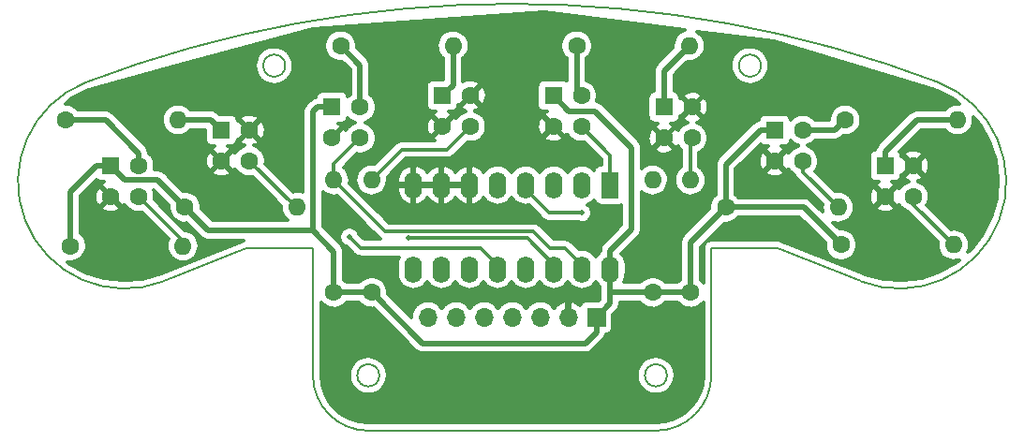
<source format=gtl>
G04 #@! TF.FileFunction,Copper,L1,Top,Signal*
%FSLAX46Y46*%
G04 Gerber Fmt 4.6, Leading zero omitted, Abs format (unit mm)*
G04 Created by KiCad (PCBNEW 4.0.7+dfsg1-1ubuntu2) date Mon Mar  4 23:28:43 2019*
%MOMM*%
%LPD*%
G01*
G04 APERTURE LIST*
%ADD10C,0.100000*%
%ADD11C,0.150000*%
%ADD12R,1.600000X2.400000*%
%ADD13O,1.600000X2.400000*%
%ADD14R,1.700000X1.700000*%
%ADD15O,1.700000X1.700000*%
%ADD16C,1.600000*%
%ADD17R,1.600000X1.600000*%
%ADD18O,1.600000X1.600000*%
%ADD19C,0.600000*%
%ADD20C,0.500000*%
%ADD21C,0.500000*%
%ADD22C,0.304800*%
G04 APERTURE END LIST*
D10*
D11*
X26000000Y16500000D02*
X18500000Y13500000D01*
X26000000Y16500000D02*
X32000000Y16500000D01*
X74000000Y16500000D02*
X68000000Y16500000D01*
X81500000Y13500000D02*
X74000000Y16500000D01*
X68000000Y16500000D02*
X68000000Y5000000D01*
X32000000Y16500000D02*
X32000000Y5000000D01*
X88500000Y31500001D02*
G75*
G03X11500000Y31500000I-38500000J-101000001D01*
G01*
X32000000Y5000000D02*
G75*
G03X37000000Y0I5000000J0D01*
G01*
X68000000Y5000000D02*
G75*
G02X63000000Y0I-5000000J0D01*
G01*
X37000000Y0D02*
X63000000Y0D01*
X64000000Y5000000D02*
G75*
G03X64000000Y5000000I-1000000J0D01*
G01*
X38000000Y5000000D02*
G75*
G03X38000000Y5000000I-1000000J0D01*
G01*
X18500000Y13500000D02*
G75*
G02X11500000Y31500000I-3500000J9000000D01*
G01*
X81500001Y13500000D02*
G75*
G03X88500000Y31500000I3499999J9000000D01*
G01*
X72500000Y33000000D02*
G75*
G03X72500000Y33000000I-1000000J0D01*
G01*
X29500000Y33000000D02*
G75*
G03X29500000Y33000000I-1000000J0D01*
G01*
D12*
X58860000Y22200000D03*
D13*
X41080000Y14580000D03*
X56320000Y22200000D03*
X43620000Y14580000D03*
X53780000Y22200000D03*
X46160000Y14580000D03*
X51240000Y22200000D03*
X48700000Y14580000D03*
X48700000Y22200000D03*
X51240000Y14580000D03*
X46160000Y22200000D03*
X53780000Y14580000D03*
X43620000Y22200000D03*
X56320000Y14580000D03*
X41080000Y22200000D03*
X58860000Y14580000D03*
D14*
X57620000Y10250000D03*
D15*
X55080000Y10250000D03*
X52540000Y10250000D03*
X50000000Y10250000D03*
X47460000Y10250000D03*
X44920000Y10250000D03*
X42380000Y10250000D03*
D16*
X33730000Y26450000D03*
X36270000Y26450000D03*
X36270000Y29250000D03*
D17*
X33730000Y29250000D03*
D16*
X63730000Y26450000D03*
X66270000Y26450000D03*
X66270000Y29250000D03*
D17*
X63730000Y29250000D03*
D16*
X55840000Y34800000D03*
D18*
X66000000Y34800000D03*
D16*
X53730000Y27500000D03*
X56270000Y27500000D03*
X56270000Y30300000D03*
D17*
X53730000Y30300000D03*
D16*
X43700000Y27500000D03*
X46240000Y27500000D03*
X46240000Y30300000D03*
D17*
X43700000Y30300000D03*
D16*
X34500000Y34800000D03*
D18*
X44660000Y34800000D03*
D16*
X13730000Y21150000D03*
X16270000Y21150000D03*
X16270000Y23950000D03*
D17*
X13730000Y23950000D03*
D16*
X23730000Y24370000D03*
X26270000Y24370000D03*
X26270000Y27170000D03*
D17*
X23730000Y27170000D03*
D16*
X9640000Y28100000D03*
D18*
X19800000Y28100000D03*
D16*
X62700000Y12500000D03*
D18*
X62700000Y22660000D03*
D16*
X10100000Y16700000D03*
D18*
X20260000Y16700000D03*
D16*
X20440000Y20200000D03*
D18*
X30600000Y20200000D03*
D16*
X33900000Y12500000D03*
D18*
X33900000Y22660000D03*
D16*
X37300000Y12500000D03*
D18*
X37300000Y22660000D03*
D16*
X66100000Y12500000D03*
D18*
X66100000Y22660000D03*
D16*
X80100000Y28100000D03*
D18*
X90260000Y28100000D03*
D16*
X69300000Y20200000D03*
D18*
X79460000Y20200000D03*
D16*
X79740000Y16800000D03*
D18*
X89900000Y16800000D03*
D16*
X73730000Y24370000D03*
X76270000Y24370000D03*
X76270000Y27170000D03*
D17*
X73730000Y27170000D03*
D16*
X83730000Y21150000D03*
X86270000Y21150000D03*
X86270000Y23950000D03*
D17*
X83730000Y23950000D03*
D19*
X34100000Y18900000D03*
X37200000Y17700000D03*
X35800000Y15000000D03*
X37500000Y15000000D03*
X55900000Y18000000D03*
X53600000Y18000000D03*
X64400000Y20200000D03*
X63100000Y15700000D03*
X41650000Y5200000D03*
X50150000Y5100000D03*
X57750000Y5000000D03*
D20*
X35300000Y17500000D03*
X40600000Y17397590D03*
X56300000Y19700000D03*
D21*
X60800000Y25600000D02*
X60800000Y18220000D01*
X60800000Y18220000D02*
X58860000Y16280000D01*
X58860000Y16280000D02*
X58860000Y14580000D01*
X57500000Y28900000D02*
X60800000Y25600000D01*
X55100000Y28900000D02*
X57500000Y28900000D01*
X53730000Y30270000D02*
X55100000Y28900000D01*
X53730000Y30300000D02*
X53730000Y30270000D01*
X32000000Y18100000D02*
X32000000Y28820000D01*
X32000000Y28820000D02*
X32430000Y29250000D01*
X32430000Y29250000D02*
X33730000Y29250000D01*
X56620000Y7900000D02*
X41900000Y7900000D01*
X41900000Y7900000D02*
X37300000Y12500000D01*
X57620000Y10250000D02*
X57620000Y8900000D01*
X57620000Y8900000D02*
X56620000Y7900000D01*
X13730000Y23950000D02*
X14980001Y22699999D01*
X14980001Y22699999D02*
X17940001Y22699999D01*
X17940001Y22699999D02*
X19640001Y20999999D01*
X19640001Y20999999D02*
X20440000Y20200000D01*
X33900000Y12500000D02*
X37300000Y12500000D01*
X32000000Y18100000D02*
X22540000Y18100000D01*
X22540000Y18100000D02*
X20440000Y20200000D01*
X33900000Y16200000D02*
X32000000Y18100000D01*
X33900000Y12500000D02*
X33900000Y16200000D01*
X13730000Y23950000D02*
X12430000Y23950000D01*
X12430000Y23950000D02*
X10100000Y21620000D01*
X10100000Y21620000D02*
X10100000Y17831370D01*
X10100000Y17831370D02*
X10100000Y16700000D01*
X73730000Y27170000D02*
X72430000Y27170000D01*
X69300000Y21331370D02*
X69300000Y20200000D01*
X72430000Y27170000D02*
X69300000Y24040000D01*
X69300000Y24040000D02*
X69300000Y21331370D01*
X79740000Y16800000D02*
X76340000Y20200000D01*
X76340000Y20200000D02*
X69300000Y20200000D01*
X66100000Y12500000D02*
X66100000Y17000000D01*
X66100000Y17000000D02*
X69300000Y20200000D01*
X58860000Y14580000D02*
X58860000Y12500000D01*
X58860000Y12500000D02*
X58860000Y11490000D01*
X62700000Y12500000D02*
X61568630Y12500000D01*
X61568630Y12500000D02*
X58860000Y12500000D01*
X62700000Y12500000D02*
X66100000Y12500000D01*
X58860000Y11490000D02*
X57620000Y10250000D01*
X37200000Y17700000D02*
X36000000Y18900000D01*
X36000000Y18900000D02*
X34100000Y18900000D01*
X37500000Y15000000D02*
X35800000Y15000000D01*
X46760000Y19900000D02*
X51700000Y19900000D01*
X51700000Y19900000D02*
X53600000Y18000000D01*
X46160000Y22200000D02*
X46160000Y20500000D01*
X46160000Y20500000D02*
X46760000Y19900000D01*
X63100000Y15700000D02*
X63100000Y18900000D01*
X63100000Y18900000D02*
X64400000Y20200000D01*
X57750000Y5000000D02*
X50250000Y5000000D01*
X50250000Y5000000D02*
X50150000Y5100000D01*
D22*
X47180000Y16500000D02*
X36300000Y16500000D01*
X36300000Y16500000D02*
X35300000Y17500000D01*
X48700000Y14580000D02*
X48700000Y14980000D01*
X48700000Y14980000D02*
X47180000Y16500000D01*
X16270000Y21150000D02*
X20260000Y17160000D01*
X20260000Y17160000D02*
X20260000Y16700000D01*
X40953553Y17397590D02*
X40600000Y17397590D01*
X40955963Y17400000D02*
X40953553Y17397590D01*
X51360000Y17400000D02*
X40955963Y17400000D01*
X53780000Y14980000D02*
X51360000Y17400000D01*
X53780000Y14580000D02*
X53780000Y14980000D01*
X26270000Y24370000D02*
X30440000Y20200000D01*
X30440000Y20200000D02*
X30600000Y20200000D01*
X53400000Y16500000D02*
X51900000Y18000000D01*
X51900000Y18000000D02*
X38560000Y18000000D01*
X54800000Y16500000D02*
X53400000Y16500000D01*
X56320000Y14580000D02*
X56320000Y14980000D01*
X56320000Y14980000D02*
X54800000Y16500000D01*
X38560000Y18000000D02*
X37860000Y18700000D01*
X37860000Y18700000D02*
X33900000Y22660000D01*
X36270000Y26450000D02*
X33900000Y24080000D01*
X33900000Y24080000D02*
X33900000Y22660000D01*
X44140000Y25400000D02*
X40040000Y25400000D01*
X40040000Y25400000D02*
X37300000Y22660000D01*
X46240000Y27500000D02*
X44140000Y25400000D01*
X58860000Y22200000D02*
X58860000Y24910000D01*
X58860000Y24910000D02*
X56270000Y27500000D01*
X66100000Y22660000D02*
X66100000Y26280000D01*
X66100000Y26280000D02*
X66270000Y26450000D01*
D21*
X16270000Y23950000D02*
X16270000Y25081370D01*
X16270000Y25081370D02*
X13251370Y28100000D01*
X13251370Y28100000D02*
X10771370Y28100000D01*
X10771370Y28100000D02*
X9640000Y28100000D01*
X19800000Y28100000D02*
X22800000Y28100000D01*
X22800000Y28100000D02*
X23730000Y27170000D01*
X36270000Y29250000D02*
X36270000Y33030000D01*
X36270000Y33030000D02*
X34500000Y34800000D01*
X44660000Y34800000D02*
X44660000Y31260000D01*
X44660000Y31260000D02*
X43700000Y30300000D01*
X55840000Y34800000D02*
X55840000Y30730000D01*
X55840000Y30730000D02*
X56270000Y30300000D01*
X63730000Y29250000D02*
X63730000Y32530000D01*
X63730000Y32530000D02*
X66000000Y34800000D01*
X76270000Y27170000D02*
X79170000Y27170000D01*
X79170000Y27170000D02*
X80100000Y28100000D01*
X90260000Y28100000D02*
X86580000Y28100000D01*
X86580000Y28100000D02*
X83730000Y25250000D01*
X83730000Y25250000D02*
X83730000Y23950000D01*
D22*
X79460000Y20200000D02*
X76270000Y23390000D01*
X76270000Y23390000D02*
X76270000Y24370000D01*
X56300000Y19700000D02*
X53340000Y19700000D01*
X53340000Y19700000D02*
X51240000Y21800000D01*
X51240000Y21800000D02*
X51240000Y22200000D01*
X89900000Y16800000D02*
X86270000Y20430000D01*
X86270000Y20430000D02*
X86270000Y21150000D01*
G36*
X67264600Y5035964D02*
X67179923Y4172356D01*
X66939558Y3376231D01*
X66549139Y2641959D01*
X66023534Y1997502D01*
X65382761Y1467409D01*
X64651231Y1071873D01*
X63856806Y825958D01*
X62995209Y735400D01*
X37035964Y735400D01*
X36172356Y820077D01*
X35376231Y1060442D01*
X34641959Y1450861D01*
X33997502Y1976466D01*
X33467409Y2617239D01*
X33071873Y3348769D01*
X32825958Y4143194D01*
X32738451Y4975770D01*
X35264769Y4975770D01*
X35302523Y4639190D01*
X35404933Y4316353D01*
X35568098Y4019556D01*
X35785804Y3760104D01*
X36049759Y3547879D01*
X36349908Y3390965D01*
X36674818Y3295339D01*
X37012115Y3264642D01*
X37348951Y3300045D01*
X37672495Y3400199D01*
X37970423Y3561288D01*
X38231389Y3777178D01*
X38445452Y4039644D01*
X38604457Y4338690D01*
X38702350Y4662926D01*
X38733024Y4975770D01*
X61264769Y4975770D01*
X61302523Y4639190D01*
X61404933Y4316353D01*
X61568098Y4019556D01*
X61785804Y3760104D01*
X62049759Y3547879D01*
X62349908Y3390965D01*
X62674818Y3295339D01*
X63012115Y3264642D01*
X63348951Y3300045D01*
X63672495Y3400199D01*
X63970423Y3561288D01*
X64231389Y3777178D01*
X64445452Y4039644D01*
X64604457Y4338690D01*
X64702350Y4662926D01*
X64735400Y5000000D01*
X64734723Y5048455D01*
X64692274Y5384475D01*
X64585367Y5705851D01*
X64418073Y6000341D01*
X64196766Y6256728D01*
X63929874Y6465247D01*
X63627563Y6617955D01*
X63301349Y6709035D01*
X62963657Y6735019D01*
X62627348Y6694917D01*
X62305234Y6590256D01*
X62009584Y6425022D01*
X61751658Y6205510D01*
X61541281Y5940080D01*
X61386466Y5638843D01*
X61293110Y5313273D01*
X61264769Y4975770D01*
X38733024Y4975770D01*
X38735400Y5000000D01*
X38734723Y5048455D01*
X38692274Y5384475D01*
X38585367Y5705851D01*
X38418073Y6000341D01*
X38196766Y6256728D01*
X37929874Y6465247D01*
X37627563Y6617955D01*
X37301349Y6709035D01*
X36963657Y6735019D01*
X36627348Y6694917D01*
X36305234Y6590256D01*
X36009584Y6425022D01*
X35751658Y6205510D01*
X35541281Y5940080D01*
X35386466Y5638843D01*
X35293110Y5313273D01*
X35264769Y4975770D01*
X32738451Y4975770D01*
X32735400Y5004791D01*
X32735400Y11611074D01*
X32749956Y11588487D01*
X32948906Y11382468D01*
X33184083Y11219017D01*
X33446528Y11104357D01*
X33726246Y11042857D01*
X34012583Y11036859D01*
X34294631Y11086592D01*
X34561647Y11190161D01*
X34803462Y11343621D01*
X35010865Y11541127D01*
X35045059Y11589600D01*
X36149239Y11589600D01*
X36149956Y11588487D01*
X36348906Y11382468D01*
X36584083Y11219017D01*
X36846528Y11104357D01*
X37126246Y11042857D01*
X37412583Y11036859D01*
X37466189Y11046311D01*
X41256250Y7256250D01*
X41321230Y7202875D01*
X41385654Y7148817D01*
X41389848Y7146511D01*
X41393548Y7143472D01*
X41467649Y7103740D01*
X41541355Y7063219D01*
X41545921Y7061771D01*
X41550137Y7059510D01*
X41630466Y7034951D01*
X41710717Y7009494D01*
X41715482Y7008960D01*
X41720053Y7007562D01*
X41803647Y6999071D01*
X41887289Y6989689D01*
X41896650Y6989623D01*
X41896822Y6989606D01*
X41896982Y6989621D01*
X41900000Y6989600D01*
X56620000Y6989600D01*
X56703733Y6997810D01*
X56787469Y7005136D01*
X56792062Y7006470D01*
X56796831Y7006938D01*
X56877362Y7031252D01*
X56958093Y7054706D01*
X56962344Y7056910D01*
X56966926Y7058293D01*
X57041131Y7097748D01*
X57115840Y7136474D01*
X57119585Y7139463D01*
X57123808Y7141709D01*
X57188958Y7194844D01*
X57254699Y7247325D01*
X57261362Y7253895D01*
X57261499Y7254007D01*
X57261604Y7254134D01*
X57263750Y7256250D01*
X58263750Y8256250D01*
X58317129Y8321235D01*
X58371183Y8385654D01*
X58373488Y8389847D01*
X58376529Y8393549D01*
X58416289Y8467702D01*
X58456781Y8541355D01*
X58458228Y8545917D01*
X58460491Y8550137D01*
X58485072Y8630541D01*
X58510506Y8710717D01*
X58511040Y8715478D01*
X58512439Y8720054D01*
X58514460Y8739950D01*
X58575166Y8744791D01*
X58753539Y8800030D01*
X58909461Y8902776D01*
X59030586Y9044892D01*
X59107323Y9215127D01*
X59133595Y9400000D01*
X59133595Y10476095D01*
X59503750Y10846250D01*
X59557148Y10911257D01*
X59611183Y10975654D01*
X59613487Y10979844D01*
X59616529Y10983548D01*
X59656301Y11057723D01*
X59696781Y11131355D01*
X59698228Y11135917D01*
X59700491Y11140137D01*
X59725076Y11220553D01*
X59750506Y11300717D01*
X59751040Y11305477D01*
X59752439Y11310053D01*
X59760935Y11393697D01*
X59770311Y11477289D01*
X59770377Y11486650D01*
X59770394Y11486822D01*
X59770379Y11486982D01*
X59770400Y11490000D01*
X59770400Y11589600D01*
X61549239Y11589600D01*
X61549956Y11588487D01*
X61748906Y11382468D01*
X61984083Y11219017D01*
X62246528Y11104357D01*
X62526246Y11042857D01*
X62812583Y11036859D01*
X63094631Y11086592D01*
X63361647Y11190161D01*
X63603462Y11343621D01*
X63810865Y11541127D01*
X63845059Y11589600D01*
X64949239Y11589600D01*
X64949956Y11588487D01*
X65148906Y11382468D01*
X65384083Y11219017D01*
X65646528Y11104357D01*
X65926246Y11042857D01*
X66212583Y11036859D01*
X66494631Y11086592D01*
X66761647Y11190161D01*
X67003462Y11343621D01*
X67210865Y11541127D01*
X67264600Y11617302D01*
X67264600Y5035964D01*
X67264600Y5035964D01*
G37*
X67264600Y5035964D02*
X67179923Y4172356D01*
X66939558Y3376231D01*
X66549139Y2641959D01*
X66023534Y1997502D01*
X65382761Y1467409D01*
X64651231Y1071873D01*
X63856806Y825958D01*
X62995209Y735400D01*
X37035964Y735400D01*
X36172356Y820077D01*
X35376231Y1060442D01*
X34641959Y1450861D01*
X33997502Y1976466D01*
X33467409Y2617239D01*
X33071873Y3348769D01*
X32825958Y4143194D01*
X32738451Y4975770D01*
X35264769Y4975770D01*
X35302523Y4639190D01*
X35404933Y4316353D01*
X35568098Y4019556D01*
X35785804Y3760104D01*
X36049759Y3547879D01*
X36349908Y3390965D01*
X36674818Y3295339D01*
X37012115Y3264642D01*
X37348951Y3300045D01*
X37672495Y3400199D01*
X37970423Y3561288D01*
X38231389Y3777178D01*
X38445452Y4039644D01*
X38604457Y4338690D01*
X38702350Y4662926D01*
X38733024Y4975770D01*
X61264769Y4975770D01*
X61302523Y4639190D01*
X61404933Y4316353D01*
X61568098Y4019556D01*
X61785804Y3760104D01*
X62049759Y3547879D01*
X62349908Y3390965D01*
X62674818Y3295339D01*
X63012115Y3264642D01*
X63348951Y3300045D01*
X63672495Y3400199D01*
X63970423Y3561288D01*
X64231389Y3777178D01*
X64445452Y4039644D01*
X64604457Y4338690D01*
X64702350Y4662926D01*
X64735400Y5000000D01*
X64734723Y5048455D01*
X64692274Y5384475D01*
X64585367Y5705851D01*
X64418073Y6000341D01*
X64196766Y6256728D01*
X63929874Y6465247D01*
X63627563Y6617955D01*
X63301349Y6709035D01*
X62963657Y6735019D01*
X62627348Y6694917D01*
X62305234Y6590256D01*
X62009584Y6425022D01*
X61751658Y6205510D01*
X61541281Y5940080D01*
X61386466Y5638843D01*
X61293110Y5313273D01*
X61264769Y4975770D01*
X38733024Y4975770D01*
X38735400Y5000000D01*
X38734723Y5048455D01*
X38692274Y5384475D01*
X38585367Y5705851D01*
X38418073Y6000341D01*
X38196766Y6256728D01*
X37929874Y6465247D01*
X37627563Y6617955D01*
X37301349Y6709035D01*
X36963657Y6735019D01*
X36627348Y6694917D01*
X36305234Y6590256D01*
X36009584Y6425022D01*
X35751658Y6205510D01*
X35541281Y5940080D01*
X35386466Y5638843D01*
X35293110Y5313273D01*
X35264769Y4975770D01*
X32738451Y4975770D01*
X32735400Y5004791D01*
X32735400Y11611074D01*
X32749956Y11588487D01*
X32948906Y11382468D01*
X33184083Y11219017D01*
X33446528Y11104357D01*
X33726246Y11042857D01*
X34012583Y11036859D01*
X34294631Y11086592D01*
X34561647Y11190161D01*
X34803462Y11343621D01*
X35010865Y11541127D01*
X35045059Y11589600D01*
X36149239Y11589600D01*
X36149956Y11588487D01*
X36348906Y11382468D01*
X36584083Y11219017D01*
X36846528Y11104357D01*
X37126246Y11042857D01*
X37412583Y11036859D01*
X37466189Y11046311D01*
X41256250Y7256250D01*
X41321230Y7202875D01*
X41385654Y7148817D01*
X41389848Y7146511D01*
X41393548Y7143472D01*
X41467649Y7103740D01*
X41541355Y7063219D01*
X41545921Y7061771D01*
X41550137Y7059510D01*
X41630466Y7034951D01*
X41710717Y7009494D01*
X41715482Y7008960D01*
X41720053Y7007562D01*
X41803647Y6999071D01*
X41887289Y6989689D01*
X41896650Y6989623D01*
X41896822Y6989606D01*
X41896982Y6989621D01*
X41900000Y6989600D01*
X56620000Y6989600D01*
X56703733Y6997810D01*
X56787469Y7005136D01*
X56792062Y7006470D01*
X56796831Y7006938D01*
X56877362Y7031252D01*
X56958093Y7054706D01*
X56962344Y7056910D01*
X56966926Y7058293D01*
X57041131Y7097748D01*
X57115840Y7136474D01*
X57119585Y7139463D01*
X57123808Y7141709D01*
X57188958Y7194844D01*
X57254699Y7247325D01*
X57261362Y7253895D01*
X57261499Y7254007D01*
X57261604Y7254134D01*
X57263750Y7256250D01*
X58263750Y8256250D01*
X58317129Y8321235D01*
X58371183Y8385654D01*
X58373488Y8389847D01*
X58376529Y8393549D01*
X58416289Y8467702D01*
X58456781Y8541355D01*
X58458228Y8545917D01*
X58460491Y8550137D01*
X58485072Y8630541D01*
X58510506Y8710717D01*
X58511040Y8715478D01*
X58512439Y8720054D01*
X58514460Y8739950D01*
X58575166Y8744791D01*
X58753539Y8800030D01*
X58909461Y8902776D01*
X59030586Y9044892D01*
X59107323Y9215127D01*
X59133595Y9400000D01*
X59133595Y10476095D01*
X59503750Y10846250D01*
X59557148Y10911257D01*
X59611183Y10975654D01*
X59613487Y10979844D01*
X59616529Y10983548D01*
X59656301Y11057723D01*
X59696781Y11131355D01*
X59698228Y11135917D01*
X59700491Y11140137D01*
X59725076Y11220553D01*
X59750506Y11300717D01*
X59751040Y11305477D01*
X59752439Y11310053D01*
X59760935Y11393697D01*
X59770311Y11477289D01*
X59770377Y11486650D01*
X59770394Y11486822D01*
X59770379Y11486982D01*
X59770400Y11490000D01*
X59770400Y11589600D01*
X61549239Y11589600D01*
X61549956Y11588487D01*
X61748906Y11382468D01*
X61984083Y11219017D01*
X62246528Y11104357D01*
X62526246Y11042857D01*
X62812583Y11036859D01*
X63094631Y11086592D01*
X63361647Y11190161D01*
X63603462Y11343621D01*
X63810865Y11541127D01*
X63845059Y11589600D01*
X64949239Y11589600D01*
X64949956Y11588487D01*
X65148906Y11382468D01*
X65384083Y11219017D01*
X65646528Y11104357D01*
X65926246Y11042857D01*
X66212583Y11036859D01*
X66494631Y11086592D01*
X66761647Y11190161D01*
X67003462Y11343621D01*
X67210865Y11541127D01*
X67264600Y11617302D01*
X67264600Y5035964D01*
G36*
X33083355Y21442208D02*
X33334072Y21306645D01*
X33606346Y21222362D01*
X33889805Y21192570D01*
X34173652Y21218402D01*
X34187925Y21222603D01*
X37285264Y18125263D01*
X37285270Y18125258D01*
X37985263Y17425264D01*
X38043308Y17377586D01*
X38100795Y17329348D01*
X38104540Y17327289D01*
X38107843Y17324576D01*
X38129805Y17312800D01*
X36636673Y17312800D01*
X36169238Y17780235D01*
X36107725Y17929475D01*
X36008923Y18078184D01*
X35883119Y18204869D01*
X35735103Y18304707D01*
X35570515Y18373893D01*
X35395623Y18409794D01*
X35217089Y18411040D01*
X35041713Y18377585D01*
X34876174Y18310703D01*
X34726780Y18212942D01*
X34599219Y18088025D01*
X34498350Y17940711D01*
X34428016Y17776609D01*
X34390896Y17601972D01*
X34388403Y17423451D01*
X34420633Y17247846D01*
X34486357Y17081845D01*
X34583073Y16931771D01*
X34707097Y16803341D01*
X34853704Y16701447D01*
X35017310Y16629969D01*
X35021474Y16629053D01*
X35725264Y15925263D01*
X35783291Y15877600D01*
X35840795Y15829348D01*
X35844543Y15827288D01*
X35847844Y15824576D01*
X35914023Y15789091D01*
X35979804Y15752927D01*
X35983874Y15751636D01*
X35987645Y15749614D01*
X36059507Y15727644D01*
X36131009Y15704962D01*
X36135253Y15704486D01*
X36139345Y15703235D01*
X36214112Y15695640D01*
X36288652Y15687279D01*
X36296997Y15687221D01*
X36297163Y15687204D01*
X36297318Y15687219D01*
X36300000Y15687200D01*
X39805251Y15687200D01*
X39737695Y15564315D01*
X39651513Y15292636D01*
X39619742Y15009392D01*
X39619600Y14989002D01*
X39619600Y14170998D01*
X39647413Y13887338D01*
X39729793Y13614483D01*
X39863602Y13362825D01*
X40043743Y13141950D01*
X40263355Y12960272D01*
X40514072Y12824709D01*
X40786346Y12740426D01*
X41069805Y12710634D01*
X41353652Y12736466D01*
X41627075Y12816939D01*
X41879661Y12948987D01*
X42101788Y13127582D01*
X42284996Y13345920D01*
X42349858Y13463903D01*
X42403602Y13362825D01*
X42583743Y13141950D01*
X42803355Y12960272D01*
X43054072Y12824709D01*
X43326346Y12740426D01*
X43609805Y12710634D01*
X43893652Y12736466D01*
X44167075Y12816939D01*
X44419661Y12948987D01*
X44641788Y13127582D01*
X44824996Y13345920D01*
X44889858Y13463903D01*
X44943602Y13362825D01*
X45123743Y13141950D01*
X45343355Y12960272D01*
X45594072Y12824709D01*
X45866346Y12740426D01*
X46149805Y12710634D01*
X46433652Y12736466D01*
X46707075Y12816939D01*
X46959661Y12948987D01*
X47181788Y13127582D01*
X47364996Y13345920D01*
X47429858Y13463903D01*
X47483602Y13362825D01*
X47663743Y13141950D01*
X47883355Y12960272D01*
X48134072Y12824709D01*
X48406346Y12740426D01*
X48689805Y12710634D01*
X48973652Y12736466D01*
X49247075Y12816939D01*
X49499661Y12948987D01*
X49721788Y13127582D01*
X49904996Y13345920D01*
X49969858Y13463903D01*
X50023602Y13362825D01*
X50203743Y13141950D01*
X50423355Y12960272D01*
X50674072Y12824709D01*
X50946346Y12740426D01*
X51229805Y12710634D01*
X51513652Y12736466D01*
X51787075Y12816939D01*
X52039661Y12948987D01*
X52261788Y13127582D01*
X52444996Y13345920D01*
X52509858Y13463903D01*
X52563602Y13362825D01*
X52743743Y13141950D01*
X52963355Y12960272D01*
X53214072Y12824709D01*
X53486346Y12740426D01*
X53769805Y12710634D01*
X54053652Y12736466D01*
X54327075Y12816939D01*
X54579661Y12948987D01*
X54801788Y13127582D01*
X54984996Y13345920D01*
X55049858Y13463903D01*
X55103602Y13362825D01*
X55283743Y13141950D01*
X55503355Y12960272D01*
X55754072Y12824709D01*
X56026346Y12740426D01*
X56309805Y12710634D01*
X56593652Y12736466D01*
X56867075Y12816939D01*
X57119661Y12948987D01*
X57341788Y13127582D01*
X57524996Y13345920D01*
X57589858Y13463903D01*
X57643602Y13362825D01*
X57823743Y13141950D01*
X57949600Y13037833D01*
X57949600Y11867100D01*
X57846095Y11763595D01*
X56770000Y11763595D01*
X56664834Y11755209D01*
X56486461Y11699970D01*
X56330539Y11597224D01*
X56209414Y11455108D01*
X56146143Y11314745D01*
X56117645Y11347549D01*
X55883586Y11528894D01*
X55618645Y11661092D01*
X55416093Y11722532D01*
X55181600Y11591458D01*
X55181600Y10351600D01*
X55201600Y10351600D01*
X55201600Y10148400D01*
X55181600Y10148400D01*
X55181600Y10128400D01*
X54978400Y10128400D01*
X54978400Y10148400D01*
X54958400Y10148400D01*
X54958400Y10351600D01*
X54978400Y10351600D01*
X54978400Y11591458D01*
X54743907Y11722532D01*
X54541355Y11661092D01*
X54276414Y11528894D01*
X54042355Y11347549D01*
X53848172Y11124025D01*
X53813711Y11063686D01*
X53798044Y11093151D01*
X53611736Y11321588D01*
X53384605Y11509486D01*
X53125304Y11649690D01*
X52843708Y11736858D01*
X52550544Y11767671D01*
X52256979Y11740955D01*
X51974194Y11657726D01*
X51712961Y11521157D01*
X51483228Y11336448D01*
X51293749Y11110634D01*
X51270873Y11069023D01*
X51258044Y11093151D01*
X51071736Y11321588D01*
X50844605Y11509486D01*
X50585304Y11649690D01*
X50303708Y11736858D01*
X50010544Y11767671D01*
X49716979Y11740955D01*
X49434194Y11657726D01*
X49172961Y11521157D01*
X48943228Y11336448D01*
X48753749Y11110634D01*
X48730873Y11069023D01*
X48718044Y11093151D01*
X48531736Y11321588D01*
X48304605Y11509486D01*
X48045304Y11649690D01*
X47763708Y11736858D01*
X47470544Y11767671D01*
X47176979Y11740955D01*
X46894194Y11657726D01*
X46632961Y11521157D01*
X46403228Y11336448D01*
X46213749Y11110634D01*
X46190873Y11069023D01*
X46178044Y11093151D01*
X45991736Y11321588D01*
X45764605Y11509486D01*
X45505304Y11649690D01*
X45223708Y11736858D01*
X44930544Y11767671D01*
X44636979Y11740955D01*
X44354194Y11657726D01*
X44092961Y11521157D01*
X43863228Y11336448D01*
X43673749Y11110634D01*
X43650873Y11069023D01*
X43638044Y11093151D01*
X43451736Y11321588D01*
X43224605Y11509486D01*
X42965304Y11649690D01*
X42683708Y11736858D01*
X42390544Y11767671D01*
X42096979Y11740955D01*
X41814194Y11657726D01*
X41552961Y11521157D01*
X41323228Y11336448D01*
X41133749Y11110634D01*
X40991738Y10852318D01*
X40902606Y10571338D01*
X40869747Y10278396D01*
X40869600Y10257308D01*
X40869600Y10242692D01*
X40872295Y10215205D01*
X38756109Y12331391D01*
X38760462Y12643200D01*
X38704834Y12924144D01*
X38595696Y13188934D01*
X38437205Y13427482D01*
X38235398Y13630702D01*
X37997962Y13790854D01*
X37733942Y13901839D01*
X37453392Y13959427D01*
X37167000Y13961426D01*
X36885674Y13907761D01*
X36620129Y13800474D01*
X36380480Y13643652D01*
X36175856Y13443269D01*
X36153350Y13410400D01*
X35048554Y13410400D01*
X35037205Y13427482D01*
X34835398Y13630702D01*
X34810400Y13647563D01*
X34810400Y16200000D01*
X34802194Y16283689D01*
X34794864Y16367469D01*
X34793530Y16372062D01*
X34793062Y16376831D01*
X34768748Y16457362D01*
X34745294Y16538093D01*
X34743090Y16542344D01*
X34741707Y16546926D01*
X34702241Y16621151D01*
X34663526Y16695839D01*
X34660538Y16699582D01*
X34658291Y16703808D01*
X34605138Y16768980D01*
X34552675Y16834699D01*
X34546105Y16841362D01*
X34545993Y16841499D01*
X34545866Y16841604D01*
X34543750Y16843750D01*
X32910400Y18477100D01*
X32910400Y21585288D01*
X33083355Y21442208D01*
X33083355Y21442208D01*
G37*
X33083355Y21442208D02*
X33334072Y21306645D01*
X33606346Y21222362D01*
X33889805Y21192570D01*
X34173652Y21218402D01*
X34187925Y21222603D01*
X37285264Y18125263D01*
X37285270Y18125258D01*
X37985263Y17425264D01*
X38043308Y17377586D01*
X38100795Y17329348D01*
X38104540Y17327289D01*
X38107843Y17324576D01*
X38129805Y17312800D01*
X36636673Y17312800D01*
X36169238Y17780235D01*
X36107725Y17929475D01*
X36008923Y18078184D01*
X35883119Y18204869D01*
X35735103Y18304707D01*
X35570515Y18373893D01*
X35395623Y18409794D01*
X35217089Y18411040D01*
X35041713Y18377585D01*
X34876174Y18310703D01*
X34726780Y18212942D01*
X34599219Y18088025D01*
X34498350Y17940711D01*
X34428016Y17776609D01*
X34390896Y17601972D01*
X34388403Y17423451D01*
X34420633Y17247846D01*
X34486357Y17081845D01*
X34583073Y16931771D01*
X34707097Y16803341D01*
X34853704Y16701447D01*
X35017310Y16629969D01*
X35021474Y16629053D01*
X35725264Y15925263D01*
X35783291Y15877600D01*
X35840795Y15829348D01*
X35844543Y15827288D01*
X35847844Y15824576D01*
X35914023Y15789091D01*
X35979804Y15752927D01*
X35983874Y15751636D01*
X35987645Y15749614D01*
X36059507Y15727644D01*
X36131009Y15704962D01*
X36135253Y15704486D01*
X36139345Y15703235D01*
X36214112Y15695640D01*
X36288652Y15687279D01*
X36296997Y15687221D01*
X36297163Y15687204D01*
X36297318Y15687219D01*
X36300000Y15687200D01*
X39805251Y15687200D01*
X39737695Y15564315D01*
X39651513Y15292636D01*
X39619742Y15009392D01*
X39619600Y14989002D01*
X39619600Y14170998D01*
X39647413Y13887338D01*
X39729793Y13614483D01*
X39863602Y13362825D01*
X40043743Y13141950D01*
X40263355Y12960272D01*
X40514072Y12824709D01*
X40786346Y12740426D01*
X41069805Y12710634D01*
X41353652Y12736466D01*
X41627075Y12816939D01*
X41879661Y12948987D01*
X42101788Y13127582D01*
X42284996Y13345920D01*
X42349858Y13463903D01*
X42403602Y13362825D01*
X42583743Y13141950D01*
X42803355Y12960272D01*
X43054072Y12824709D01*
X43326346Y12740426D01*
X43609805Y12710634D01*
X43893652Y12736466D01*
X44167075Y12816939D01*
X44419661Y12948987D01*
X44641788Y13127582D01*
X44824996Y13345920D01*
X44889858Y13463903D01*
X44943602Y13362825D01*
X45123743Y13141950D01*
X45343355Y12960272D01*
X45594072Y12824709D01*
X45866346Y12740426D01*
X46149805Y12710634D01*
X46433652Y12736466D01*
X46707075Y12816939D01*
X46959661Y12948987D01*
X47181788Y13127582D01*
X47364996Y13345920D01*
X47429858Y13463903D01*
X47483602Y13362825D01*
X47663743Y13141950D01*
X47883355Y12960272D01*
X48134072Y12824709D01*
X48406346Y12740426D01*
X48689805Y12710634D01*
X48973652Y12736466D01*
X49247075Y12816939D01*
X49499661Y12948987D01*
X49721788Y13127582D01*
X49904996Y13345920D01*
X49969858Y13463903D01*
X50023602Y13362825D01*
X50203743Y13141950D01*
X50423355Y12960272D01*
X50674072Y12824709D01*
X50946346Y12740426D01*
X51229805Y12710634D01*
X51513652Y12736466D01*
X51787075Y12816939D01*
X52039661Y12948987D01*
X52261788Y13127582D01*
X52444996Y13345920D01*
X52509858Y13463903D01*
X52563602Y13362825D01*
X52743743Y13141950D01*
X52963355Y12960272D01*
X53214072Y12824709D01*
X53486346Y12740426D01*
X53769805Y12710634D01*
X54053652Y12736466D01*
X54327075Y12816939D01*
X54579661Y12948987D01*
X54801788Y13127582D01*
X54984996Y13345920D01*
X55049858Y13463903D01*
X55103602Y13362825D01*
X55283743Y13141950D01*
X55503355Y12960272D01*
X55754072Y12824709D01*
X56026346Y12740426D01*
X56309805Y12710634D01*
X56593652Y12736466D01*
X56867075Y12816939D01*
X57119661Y12948987D01*
X57341788Y13127582D01*
X57524996Y13345920D01*
X57589858Y13463903D01*
X57643602Y13362825D01*
X57823743Y13141950D01*
X57949600Y13037833D01*
X57949600Y11867100D01*
X57846095Y11763595D01*
X56770000Y11763595D01*
X56664834Y11755209D01*
X56486461Y11699970D01*
X56330539Y11597224D01*
X56209414Y11455108D01*
X56146143Y11314745D01*
X56117645Y11347549D01*
X55883586Y11528894D01*
X55618645Y11661092D01*
X55416093Y11722532D01*
X55181600Y11591458D01*
X55181600Y10351600D01*
X55201600Y10351600D01*
X55201600Y10148400D01*
X55181600Y10148400D01*
X55181600Y10128400D01*
X54978400Y10128400D01*
X54978400Y10148400D01*
X54958400Y10148400D01*
X54958400Y10351600D01*
X54978400Y10351600D01*
X54978400Y11591458D01*
X54743907Y11722532D01*
X54541355Y11661092D01*
X54276414Y11528894D01*
X54042355Y11347549D01*
X53848172Y11124025D01*
X53813711Y11063686D01*
X53798044Y11093151D01*
X53611736Y11321588D01*
X53384605Y11509486D01*
X53125304Y11649690D01*
X52843708Y11736858D01*
X52550544Y11767671D01*
X52256979Y11740955D01*
X51974194Y11657726D01*
X51712961Y11521157D01*
X51483228Y11336448D01*
X51293749Y11110634D01*
X51270873Y11069023D01*
X51258044Y11093151D01*
X51071736Y11321588D01*
X50844605Y11509486D01*
X50585304Y11649690D01*
X50303708Y11736858D01*
X50010544Y11767671D01*
X49716979Y11740955D01*
X49434194Y11657726D01*
X49172961Y11521157D01*
X48943228Y11336448D01*
X48753749Y11110634D01*
X48730873Y11069023D01*
X48718044Y11093151D01*
X48531736Y11321588D01*
X48304605Y11509486D01*
X48045304Y11649690D01*
X47763708Y11736858D01*
X47470544Y11767671D01*
X47176979Y11740955D01*
X46894194Y11657726D01*
X46632961Y11521157D01*
X46403228Y11336448D01*
X46213749Y11110634D01*
X46190873Y11069023D01*
X46178044Y11093151D01*
X45991736Y11321588D01*
X45764605Y11509486D01*
X45505304Y11649690D01*
X45223708Y11736858D01*
X44930544Y11767671D01*
X44636979Y11740955D01*
X44354194Y11657726D01*
X44092961Y11521157D01*
X43863228Y11336448D01*
X43673749Y11110634D01*
X43650873Y11069023D01*
X43638044Y11093151D01*
X43451736Y11321588D01*
X43224605Y11509486D01*
X42965304Y11649690D01*
X42683708Y11736858D01*
X42390544Y11767671D01*
X42096979Y11740955D01*
X41814194Y11657726D01*
X41552961Y11521157D01*
X41323228Y11336448D01*
X41133749Y11110634D01*
X40991738Y10852318D01*
X40902606Y10571338D01*
X40869747Y10278396D01*
X40869600Y10257308D01*
X40869600Y10242692D01*
X40872295Y10215205D01*
X38756109Y12331391D01*
X38760462Y12643200D01*
X38704834Y12924144D01*
X38595696Y13188934D01*
X38437205Y13427482D01*
X38235398Y13630702D01*
X37997962Y13790854D01*
X37733942Y13901839D01*
X37453392Y13959427D01*
X37167000Y13961426D01*
X36885674Y13907761D01*
X36620129Y13800474D01*
X36380480Y13643652D01*
X36175856Y13443269D01*
X36153350Y13410400D01*
X35048554Y13410400D01*
X35037205Y13427482D01*
X34835398Y13630702D01*
X34810400Y13647563D01*
X34810400Y16200000D01*
X34802194Y16283689D01*
X34794864Y16367469D01*
X34793530Y16372062D01*
X34793062Y16376831D01*
X34768748Y16457362D01*
X34745294Y16538093D01*
X34743090Y16542344D01*
X34741707Y16546926D01*
X34702241Y16621151D01*
X34663526Y16695839D01*
X34660538Y16699582D01*
X34658291Y16703808D01*
X34605138Y16768980D01*
X34552675Y16834699D01*
X34546105Y16841362D01*
X34545993Y16841499D01*
X34545866Y16841604D01*
X34543750Y16843750D01*
X32910400Y18477100D01*
X32910400Y21585288D01*
X33083355Y21442208D01*
G36*
X65645182Y36213236D02*
X65436419Y36150207D01*
X65184761Y36016398D01*
X64963886Y35836257D01*
X64782208Y35616645D01*
X64646645Y35365928D01*
X64562362Y35093654D01*
X64532570Y34810195D01*
X64548429Y34635929D01*
X63086250Y33173750D01*
X63032852Y33108743D01*
X62978817Y33044346D01*
X62976513Y33040156D01*
X62973471Y33036452D01*
X62933718Y32962312D01*
X62893219Y32888645D01*
X62891771Y32884079D01*
X62889510Y32879863D01*
X62864938Y32799493D01*
X62839494Y32719283D01*
X62838960Y32714523D01*
X62837561Y32709947D01*
X62829065Y32626303D01*
X62819689Y32542711D01*
X62819623Y32533350D01*
X62819606Y32533178D01*
X62819621Y32533018D01*
X62819600Y32530000D01*
X62819600Y30703588D01*
X62646461Y30649970D01*
X62490539Y30547224D01*
X62369414Y30405108D01*
X62292677Y30234873D01*
X62266405Y30050000D01*
X62266405Y28450000D01*
X62274791Y28344834D01*
X62330030Y28166461D01*
X62432776Y28010539D01*
X62574892Y27889414D01*
X62745127Y27812677D01*
X62930000Y27786405D01*
X63124448Y27786405D01*
X62951711Y27694076D01*
X62883737Y27439947D01*
X63730000Y26593684D01*
X64576263Y27439947D01*
X64508289Y27694076D01*
X64322333Y27786405D01*
X64530000Y27786405D01*
X64635166Y27794791D01*
X64813539Y27850030D01*
X64969461Y27952776D01*
X65090586Y28094892D01*
X65167323Y28265127D01*
X65190427Y28427710D01*
X65280053Y28403737D01*
X66126316Y29250000D01*
X66413684Y29250000D01*
X67259947Y28403737D01*
X67514076Y28471711D01*
X67642008Y28729373D01*
X67717214Y29007042D01*
X67736805Y29294049D01*
X67700027Y29579362D01*
X67608294Y29852018D01*
X67514076Y30028289D01*
X67259947Y30096263D01*
X66413684Y29250000D01*
X66126316Y29250000D01*
X65280053Y30096263D01*
X65191789Y30072654D01*
X65185209Y30155166D01*
X65158954Y30239947D01*
X65423737Y30239947D01*
X66270000Y29393684D01*
X67116263Y30239947D01*
X67048289Y30494076D01*
X66790627Y30622008D01*
X66512958Y30697214D01*
X66225951Y30716805D01*
X65940638Y30680027D01*
X65667982Y30588294D01*
X65491711Y30494076D01*
X65423737Y30239947D01*
X65158954Y30239947D01*
X65129970Y30333539D01*
X65027224Y30489461D01*
X64885108Y30610586D01*
X64714873Y30687323D01*
X64640400Y30697906D01*
X64640400Y32152900D01*
X65463270Y32975770D01*
X69764769Y32975770D01*
X69802523Y32639190D01*
X69904933Y32316353D01*
X70068098Y32019556D01*
X70285804Y31760104D01*
X70549759Y31547879D01*
X70849908Y31390965D01*
X71174818Y31295339D01*
X71512115Y31264642D01*
X71848951Y31300045D01*
X72172495Y31400199D01*
X72470423Y31561288D01*
X72731389Y31777178D01*
X72945452Y32039644D01*
X73104457Y32338690D01*
X73202350Y32662926D01*
X73235400Y33000000D01*
X73234723Y33048455D01*
X73192274Y33384475D01*
X73085367Y33705851D01*
X72918073Y34000341D01*
X72696766Y34256728D01*
X72429874Y34465247D01*
X72127563Y34617955D01*
X71801349Y34709035D01*
X71463657Y34735019D01*
X71127348Y34694917D01*
X70805234Y34590256D01*
X70509584Y34425022D01*
X70251658Y34205510D01*
X70041281Y33940080D01*
X69886466Y33638843D01*
X69793110Y33313273D01*
X69764769Y32975770D01*
X65463270Y32975770D01*
X65841897Y33354397D01*
X65972544Y33339742D01*
X65992934Y33339600D01*
X66007066Y33339600D01*
X66290726Y33367413D01*
X66563581Y33449793D01*
X66815239Y33583602D01*
X67036114Y33763743D01*
X67217792Y33983355D01*
X67353355Y34234072D01*
X67437638Y34506346D01*
X67467430Y34789805D01*
X67441598Y35073652D01*
X67361125Y35347075D01*
X67229077Y35599661D01*
X67050482Y35821788D01*
X66832144Y36004996D01*
X66691573Y36082275D01*
X73672050Y35208635D01*
X88225543Y30814676D01*
X89784965Y30025229D01*
X90394338Y29548269D01*
X90287456Y29560258D01*
X90267066Y29560400D01*
X90252934Y29560400D01*
X89969274Y29532587D01*
X89696419Y29450207D01*
X89444761Y29316398D01*
X89223886Y29136257D01*
X89119769Y29010400D01*
X86580000Y29010400D01*
X86496311Y29002194D01*
X86412531Y28994864D01*
X86407938Y28993530D01*
X86403169Y28993062D01*
X86322638Y28968748D01*
X86241907Y28945294D01*
X86237656Y28943090D01*
X86233074Y28941707D01*
X86158849Y28902241D01*
X86084161Y28863526D01*
X86080418Y28860538D01*
X86076192Y28858291D01*
X86011020Y28805138D01*
X85945301Y28752675D01*
X85938638Y28746105D01*
X85938501Y28745993D01*
X85938396Y28745866D01*
X85936250Y28743750D01*
X83086250Y25893750D01*
X83032852Y25828743D01*
X82978817Y25764346D01*
X82976513Y25760156D01*
X82973471Y25756452D01*
X82933718Y25682312D01*
X82893219Y25608645D01*
X82891771Y25604079D01*
X82889510Y25599863D01*
X82864938Y25519493D01*
X82839494Y25439283D01*
X82838960Y25434523D01*
X82837561Y25429947D01*
X82835132Y25406030D01*
X82824834Y25405209D01*
X82646461Y25349970D01*
X82490539Y25247224D01*
X82369414Y25105108D01*
X82292677Y24934873D01*
X82266405Y24750000D01*
X82266405Y23150000D01*
X82274791Y23044834D01*
X82330030Y22866461D01*
X82432776Y22710539D01*
X82574892Y22589414D01*
X82745127Y22512677D01*
X82930000Y22486405D01*
X83124448Y22486405D01*
X82951711Y22394076D01*
X82883737Y22139947D01*
X83730000Y21293684D01*
X84576263Y22139947D01*
X84508289Y22394076D01*
X84322333Y22486405D01*
X84530000Y22486405D01*
X84635166Y22494791D01*
X84813539Y22550030D01*
X84969461Y22652776D01*
X85090586Y22794892D01*
X85167323Y22965127D01*
X85190427Y23127710D01*
X85280053Y23103737D01*
X86126316Y23950000D01*
X86413684Y23950000D01*
X87259947Y23103737D01*
X87514076Y23171711D01*
X87642008Y23429373D01*
X87717214Y23707042D01*
X87736805Y23994049D01*
X87700027Y24279362D01*
X87608294Y24552018D01*
X87514076Y24728289D01*
X87259947Y24796263D01*
X86413684Y23950000D01*
X86126316Y23950000D01*
X85280053Y24796263D01*
X85191789Y24772654D01*
X85185209Y24855166D01*
X85158954Y24939947D01*
X85423737Y24939947D01*
X86270000Y24093684D01*
X87116263Y24939947D01*
X87048289Y25194076D01*
X86790627Y25322008D01*
X86512958Y25397214D01*
X86225951Y25416805D01*
X85940638Y25380027D01*
X85667982Y25288294D01*
X85491711Y25194076D01*
X85423737Y24939947D01*
X85158954Y24939947D01*
X85129970Y25033539D01*
X85027224Y25189461D01*
X84989291Y25221791D01*
X86957100Y27189600D01*
X89119960Y27189600D01*
X89209518Y27078212D01*
X89427856Y26895004D01*
X89677621Y26757695D01*
X89949300Y26671513D01*
X90232544Y26639742D01*
X90252934Y26639600D01*
X90267066Y26639600D01*
X90550726Y26667413D01*
X90823581Y26749793D01*
X91075239Y26883602D01*
X91296114Y27063743D01*
X91477792Y27283355D01*
X91613355Y27534072D01*
X91697638Y27806346D01*
X91727430Y28089805D01*
X91707188Y28312225D01*
X92291561Y27634014D01*
X93149897Y26119963D01*
X93697806Y24468029D01*
X93914417Y22741138D01*
X93791480Y21005062D01*
X93333679Y19325923D01*
X92558451Y17767686D01*
X91495324Y16389702D01*
X91196136Y16128248D01*
X91253355Y16234072D01*
X91337638Y16506346D01*
X91367430Y16789805D01*
X91341598Y17073652D01*
X91261125Y17347075D01*
X91129077Y17599661D01*
X90950482Y17821788D01*
X90732144Y18004996D01*
X90482379Y18142305D01*
X90210700Y18228487D01*
X89927456Y18260258D01*
X89907066Y18260400D01*
X89892934Y18260400D01*
X89616206Y18233267D01*
X87495640Y20353832D01*
X87545954Y20425157D01*
X87662443Y20686796D01*
X87725895Y20966078D01*
X87730462Y21293200D01*
X87674834Y21574144D01*
X87565696Y21838934D01*
X87407205Y22077482D01*
X87205398Y22280702D01*
X86967962Y22440854D01*
X86703942Y22551839D01*
X86697815Y22553097D01*
X86872018Y22611706D01*
X87048289Y22705924D01*
X87116263Y22960053D01*
X86270000Y23806316D01*
X85423737Y22960053D01*
X85491711Y22705924D01*
X85749373Y22577992D01*
X85842990Y22552636D01*
X85590129Y22450474D01*
X85350480Y22293652D01*
X85145856Y22093269D01*
X84999861Y21880048D01*
X84974076Y21928289D01*
X84719947Y21996263D01*
X83873684Y21150000D01*
X84719947Y20303737D01*
X84974076Y20371711D01*
X85000196Y20424318D01*
X85119956Y20238487D01*
X85318906Y20032468D01*
X85554083Y19869017D01*
X85780377Y19770151D01*
X88461840Y17088687D01*
X88432570Y16810195D01*
X88458402Y16526348D01*
X88538875Y16252925D01*
X88670923Y16000339D01*
X88849518Y15778212D01*
X89067856Y15595004D01*
X89317621Y15457695D01*
X89589300Y15371513D01*
X89872544Y15339742D01*
X89892934Y15339600D01*
X89907066Y15339600D01*
X90190726Y15367413D01*
X90396633Y15429580D01*
X90184793Y15244458D01*
X88676771Y14375573D01*
X87028705Y13816145D01*
X85303368Y13587484D01*
X83566471Y13698298D01*
X81851735Y14152968D01*
X81767481Y14185058D01*
X74273121Y17182802D01*
X74212790Y17200331D01*
X74152898Y17219330D01*
X74143943Y17220334D01*
X74135295Y17222847D01*
X74072709Y17228324D01*
X74010268Y17235328D01*
X74000000Y17235400D01*
X68000000Y17235400D01*
X67931141Y17228648D01*
X67862200Y17222374D01*
X67859725Y17221645D01*
X67857160Y17221394D01*
X67790945Y17201403D01*
X67724514Y17181851D01*
X67722228Y17180656D01*
X67719761Y17179911D01*
X67658668Y17147427D01*
X67597322Y17115356D01*
X67595313Y17113741D01*
X67593036Y17112530D01*
X67539391Y17068778D01*
X67485468Y17025423D01*
X67483811Y17023448D01*
X67481812Y17021818D01*
X67437699Y16968494D01*
X67393212Y16915477D01*
X67391969Y16913216D01*
X67390326Y16911230D01*
X67357417Y16850366D01*
X67324068Y16789705D01*
X67323288Y16787247D01*
X67322062Y16784979D01*
X67301593Y16718854D01*
X67280670Y16652898D01*
X67280383Y16650337D01*
X67279620Y16647873D01*
X67272383Y16579015D01*
X67264672Y16510268D01*
X67264637Y16505318D01*
X67264618Y16505134D01*
X67264635Y16504950D01*
X67264600Y16500000D01*
X67264600Y13386249D01*
X67237205Y13427482D01*
X67035398Y13630702D01*
X67010400Y13647563D01*
X67010400Y16622900D01*
X69130273Y18742773D01*
X69412583Y18736859D01*
X69694631Y18786592D01*
X69961647Y18890161D01*
X70203462Y19043621D01*
X70410865Y19241127D01*
X70445059Y19289600D01*
X75962900Y19289600D01*
X78282949Y16969551D01*
X78281679Y16963577D01*
X78277681Y16677206D01*
X78329381Y16395512D01*
X78434812Y16129224D01*
X78589956Y15888487D01*
X78788906Y15682468D01*
X79024083Y15519017D01*
X79286528Y15404357D01*
X79566246Y15342857D01*
X79852583Y15336859D01*
X80134631Y15386592D01*
X80401647Y15490161D01*
X80643462Y15643621D01*
X80850865Y15841127D01*
X81015954Y16075157D01*
X81132443Y16336796D01*
X81195895Y16616078D01*
X81200462Y16943200D01*
X81144834Y17224144D01*
X81035696Y17488934D01*
X80877205Y17727482D01*
X80675398Y17930702D01*
X80437962Y18090854D01*
X80173942Y18201839D01*
X79893392Y18259427D01*
X79607000Y18261426D01*
X79572630Y18254870D01*
X79012634Y18814866D01*
X79149300Y18771513D01*
X79432544Y18739742D01*
X79452934Y18739600D01*
X79467066Y18739600D01*
X79750726Y18767413D01*
X80023581Y18849793D01*
X80275239Y18983602D01*
X80496114Y19163743D01*
X80677792Y19383355D01*
X80813355Y19634072D01*
X80897638Y19906346D01*
X80924303Y20160053D01*
X82883737Y20160053D01*
X82951711Y19905924D01*
X83209373Y19777992D01*
X83487042Y19702786D01*
X83774049Y19683195D01*
X84059362Y19719973D01*
X84332018Y19811706D01*
X84508289Y19905924D01*
X84576263Y20160053D01*
X83730000Y21006316D01*
X82883737Y20160053D01*
X80924303Y20160053D01*
X80927430Y20189805D01*
X80901598Y20473652D01*
X80821125Y20747075D01*
X80689077Y20999661D01*
X80603618Y21105951D01*
X82263195Y21105951D01*
X82299973Y20820638D01*
X82391706Y20547982D01*
X82485924Y20371711D01*
X82740053Y20303737D01*
X83586316Y21150000D01*
X82740053Y21996263D01*
X82485924Y21928289D01*
X82357992Y21670627D01*
X82282786Y21392958D01*
X82263195Y21105951D01*
X80603618Y21105951D01*
X80510482Y21221788D01*
X80292144Y21404996D01*
X80042379Y21542305D01*
X79770700Y21628487D01*
X79487456Y21660258D01*
X79467066Y21660400D01*
X79452934Y21660400D01*
X79176206Y21633267D01*
X77388095Y23421377D01*
X77545954Y23645157D01*
X77662443Y23906796D01*
X77725895Y24186078D01*
X77730462Y24513200D01*
X77674834Y24794144D01*
X77565696Y25058934D01*
X77407205Y25297482D01*
X77205398Y25500702D01*
X76967962Y25660854D01*
X76703942Y25771839D01*
X76703941Y25771839D01*
X76931647Y25860161D01*
X77173462Y26013621D01*
X77380865Y26211127D01*
X77415059Y26259600D01*
X79170000Y26259600D01*
X79253733Y26267810D01*
X79337469Y26275136D01*
X79342062Y26276470D01*
X79346831Y26276938D01*
X79427362Y26301252D01*
X79508093Y26324706D01*
X79512344Y26326910D01*
X79516926Y26328293D01*
X79591131Y26367748D01*
X79665840Y26406474D01*
X79669585Y26409463D01*
X79673808Y26411709D01*
X79738958Y26464844D01*
X79804699Y26517325D01*
X79811362Y26523895D01*
X79811499Y26524007D01*
X79811604Y26524134D01*
X79813750Y26526250D01*
X79930273Y26642773D01*
X80212583Y26636859D01*
X80494631Y26686592D01*
X80761647Y26790161D01*
X81003462Y26943621D01*
X81210865Y27141127D01*
X81375954Y27375157D01*
X81492443Y27636796D01*
X81555895Y27916078D01*
X81560462Y28243200D01*
X81504834Y28524144D01*
X81395696Y28788934D01*
X81237205Y29027482D01*
X81035398Y29230702D01*
X80797962Y29390854D01*
X80533942Y29501839D01*
X80253392Y29559427D01*
X79967000Y29561426D01*
X79685674Y29507761D01*
X79420129Y29400474D01*
X79180480Y29243652D01*
X78975856Y29043269D01*
X78814050Y28806957D01*
X78701225Y28543718D01*
X78641679Y28263577D01*
X78639122Y28080400D01*
X77418554Y28080400D01*
X77407205Y28097482D01*
X77205398Y28300702D01*
X76967962Y28460854D01*
X76703942Y28571839D01*
X76423392Y28629427D01*
X76137000Y28631426D01*
X75855674Y28577761D01*
X75590129Y28470474D01*
X75350480Y28313652D01*
X75166998Y28133972D01*
X75129970Y28253539D01*
X75027224Y28409461D01*
X74885108Y28530586D01*
X74714873Y28607323D01*
X74530000Y28633595D01*
X72930000Y28633595D01*
X72824834Y28625209D01*
X72646461Y28569970D01*
X72490539Y28467224D01*
X72369414Y28325108D01*
X72292677Y28154873D01*
X72280104Y28066402D01*
X72262531Y28064864D01*
X72257938Y28063530D01*
X72253169Y28063062D01*
X72172651Y28038752D01*
X72091906Y28015294D01*
X72087653Y28013090D01*
X72083074Y28011707D01*
X72008888Y27972261D01*
X71934160Y27933526D01*
X71930415Y27930537D01*
X71926192Y27928291D01*
X71861042Y27875156D01*
X71795301Y27822675D01*
X71788638Y27816105D01*
X71788501Y27815993D01*
X71788396Y27815866D01*
X71786250Y27813750D01*
X68656250Y24683750D01*
X68602852Y24618743D01*
X68548817Y24554346D01*
X68546513Y24550156D01*
X68543471Y24546452D01*
X68503718Y24472312D01*
X68463219Y24398645D01*
X68461771Y24394079D01*
X68459510Y24389863D01*
X68434938Y24309493D01*
X68409494Y24229283D01*
X68408960Y24224523D01*
X68407561Y24219947D01*
X68399065Y24136303D01*
X68389689Y24052711D01*
X68389623Y24043350D01*
X68389606Y24043178D01*
X68389621Y24043018D01*
X68389600Y24040000D01*
X68389600Y21349620D01*
X68380480Y21343652D01*
X68175856Y21143269D01*
X68014050Y20906957D01*
X67901225Y20643718D01*
X67841679Y20363577D01*
X67837681Y20077206D01*
X67845749Y20033249D01*
X65456250Y17643750D01*
X65402852Y17578743D01*
X65348817Y17514346D01*
X65346513Y17510156D01*
X65343471Y17506452D01*
X65303718Y17432312D01*
X65263219Y17358645D01*
X65261771Y17354079D01*
X65259510Y17349863D01*
X65234938Y17269493D01*
X65209494Y17189283D01*
X65208960Y17184523D01*
X65207561Y17179947D01*
X65199065Y17096303D01*
X65189689Y17012711D01*
X65189623Y17003350D01*
X65189606Y17003178D01*
X65189621Y17003018D01*
X65189600Y17000000D01*
X65189600Y13649620D01*
X65180480Y13643652D01*
X64975856Y13443269D01*
X64953350Y13410400D01*
X63848554Y13410400D01*
X63837205Y13427482D01*
X63635398Y13630702D01*
X63397962Y13790854D01*
X63133942Y13901839D01*
X62853392Y13959427D01*
X62567000Y13961426D01*
X62285674Y13907761D01*
X62020129Y13800474D01*
X61780480Y13643652D01*
X61575856Y13443269D01*
X61553350Y13410400D01*
X60100444Y13410400D01*
X60202305Y13595685D01*
X60288487Y13867364D01*
X60320258Y14150608D01*
X60320400Y14170998D01*
X60320400Y14989002D01*
X60292587Y15272662D01*
X60210207Y15545517D01*
X60076398Y15797175D01*
X59896257Y16018050D01*
X59890397Y16022897D01*
X61443750Y17576250D01*
X61497125Y17641230D01*
X61551183Y17705654D01*
X61553489Y17709848D01*
X61556528Y17713548D01*
X61596260Y17787649D01*
X61636781Y17861355D01*
X61638229Y17865921D01*
X61640490Y17870137D01*
X61665062Y17950507D01*
X61690506Y18030717D01*
X61691040Y18035477D01*
X61692439Y18040053D01*
X61700935Y18123697D01*
X61710311Y18207289D01*
X61710377Y18216650D01*
X61710394Y18216822D01*
X61710379Y18216982D01*
X61710400Y18220000D01*
X61710400Y21585288D01*
X61883355Y21442208D01*
X62134072Y21306645D01*
X62406346Y21222362D01*
X62689805Y21192570D01*
X62973652Y21218402D01*
X63247075Y21298875D01*
X63499661Y21430923D01*
X63721788Y21609518D01*
X63904996Y21827856D01*
X64042305Y22077621D01*
X64128487Y22349300D01*
X64160258Y22632544D01*
X64160400Y22652934D01*
X64160400Y22667066D01*
X64132587Y22950726D01*
X64050207Y23223581D01*
X63916398Y23475239D01*
X63736257Y23696114D01*
X63516645Y23877792D01*
X63265928Y24013355D01*
X62993654Y24097638D01*
X62710195Y24127430D01*
X62426348Y24101598D01*
X62152925Y24021125D01*
X61900339Y23889077D01*
X61710400Y23736362D01*
X61710400Y25460053D01*
X62883737Y25460053D01*
X62951711Y25205924D01*
X63209373Y25077992D01*
X63487042Y25002786D01*
X63774049Y24983195D01*
X64059362Y25019973D01*
X64332018Y25111706D01*
X64508289Y25205924D01*
X64576263Y25460053D01*
X63730000Y26306316D01*
X62883737Y25460053D01*
X61710400Y25460053D01*
X61710400Y25600000D01*
X61702194Y25683689D01*
X61694864Y25767469D01*
X61693530Y25772062D01*
X61693062Y25776831D01*
X61668748Y25857362D01*
X61645294Y25938093D01*
X61643090Y25942344D01*
X61641707Y25946926D01*
X61602241Y26021151D01*
X61563526Y26095839D01*
X61560538Y26099582D01*
X61558291Y26103808D01*
X61505138Y26168980D01*
X61452675Y26234699D01*
X61446105Y26241362D01*
X61445993Y26241499D01*
X61445866Y26241604D01*
X61443750Y26243750D01*
X61281549Y26405951D01*
X62263195Y26405951D01*
X62299973Y26120638D01*
X62391706Y25847982D01*
X62485924Y25671711D01*
X62740053Y25603737D01*
X63586316Y26450000D01*
X63873684Y26450000D01*
X64719947Y25603737D01*
X64974076Y25671711D01*
X65000196Y25724318D01*
X65119956Y25538487D01*
X65287200Y25365301D01*
X65287200Y23878513D01*
X65078212Y23710482D01*
X64895004Y23492144D01*
X64757695Y23242379D01*
X64671513Y22970700D01*
X64639742Y22687456D01*
X64639600Y22667066D01*
X64639600Y22652934D01*
X64667413Y22369274D01*
X64749793Y22096419D01*
X64883602Y21844761D01*
X65063743Y21623886D01*
X65283355Y21442208D01*
X65534072Y21306645D01*
X65806346Y21222362D01*
X66089805Y21192570D01*
X66373652Y21218402D01*
X66647075Y21298875D01*
X66899661Y21430923D01*
X67121788Y21609518D01*
X67304996Y21827856D01*
X67442305Y22077621D01*
X67528487Y22349300D01*
X67560258Y22632544D01*
X67560400Y22652934D01*
X67560400Y22667066D01*
X67532587Y22950726D01*
X67450207Y23223581D01*
X67316398Y23475239D01*
X67136257Y23696114D01*
X66916645Y23877792D01*
X66912800Y23879871D01*
X66912800Y25132851D01*
X66931647Y25140161D01*
X67173462Y25293621D01*
X67380865Y25491127D01*
X67545954Y25725157D01*
X67662443Y25986796D01*
X67725895Y26266078D01*
X67730462Y26593200D01*
X67674834Y26874144D01*
X67565696Y27138934D01*
X67407205Y27377482D01*
X67205398Y27580702D01*
X66967962Y27740854D01*
X66703942Y27851839D01*
X66697815Y27853097D01*
X66872018Y27911706D01*
X67048289Y28005924D01*
X67116263Y28260053D01*
X66270000Y29106316D01*
X65423737Y28260053D01*
X65491711Y28005924D01*
X65749373Y27877992D01*
X65842990Y27852636D01*
X65590129Y27750474D01*
X65350480Y27593652D01*
X65145856Y27393269D01*
X64999861Y27180048D01*
X64974076Y27228289D01*
X64719947Y27296263D01*
X63873684Y26450000D01*
X63586316Y26450000D01*
X62740053Y27296263D01*
X62485924Y27228289D01*
X62357992Y26970627D01*
X62282786Y26692958D01*
X62263195Y26405951D01*
X61281549Y26405951D01*
X58143750Y29543750D01*
X58078743Y29597148D01*
X58014346Y29651183D01*
X58010156Y29653487D01*
X58006452Y29656529D01*
X57932312Y29696282D01*
X57858645Y29736781D01*
X57854079Y29738229D01*
X57849863Y29740490D01*
X57769493Y29765062D01*
X57689283Y29790506D01*
X57684523Y29791040D01*
X57679947Y29792439D01*
X57644306Y29796059D01*
X57662443Y29836796D01*
X57725895Y30116078D01*
X57730462Y30443200D01*
X57674834Y30724144D01*
X57565696Y30988934D01*
X57407205Y31227482D01*
X57205398Y31430702D01*
X56967962Y31590854D01*
X56750400Y31682310D01*
X56750400Y33650228D01*
X56950865Y33841127D01*
X57115954Y34075157D01*
X57232443Y34336796D01*
X57295895Y34616078D01*
X57300462Y34943200D01*
X57244834Y35224144D01*
X57135696Y35488934D01*
X56977205Y35727482D01*
X56775398Y35930702D01*
X56537962Y36090854D01*
X56273942Y36201839D01*
X55993392Y36259427D01*
X55707000Y36261426D01*
X55425674Y36207761D01*
X55160129Y36100474D01*
X54920480Y35943652D01*
X54715856Y35743269D01*
X54554050Y35506957D01*
X54441225Y35243718D01*
X54381679Y34963577D01*
X54377681Y34677206D01*
X54429381Y34395512D01*
X54534812Y34129224D01*
X54689956Y33888487D01*
X54888906Y33682468D01*
X54929600Y33654185D01*
X54929600Y31622666D01*
X54885108Y31660586D01*
X54714873Y31737323D01*
X54530000Y31763595D01*
X52930000Y31763595D01*
X52824834Y31755209D01*
X52646461Y31699970D01*
X52490539Y31597224D01*
X52369414Y31455108D01*
X52292677Y31284873D01*
X52266405Y31100000D01*
X52266405Y29500000D01*
X52274791Y29394834D01*
X52330030Y29216461D01*
X52432776Y29060539D01*
X52574892Y28939414D01*
X52745127Y28862677D01*
X52930000Y28836405D01*
X53124448Y28836405D01*
X52951711Y28744076D01*
X52883737Y28489947D01*
X53730000Y27643684D01*
X53744143Y27657826D01*
X53887827Y27514142D01*
X53873684Y27500000D01*
X54719947Y26653737D01*
X54974076Y26721711D01*
X55000196Y26774318D01*
X55119956Y26588487D01*
X55318906Y26382468D01*
X55554083Y26219017D01*
X55816528Y26104357D01*
X56096246Y26042857D01*
X56382583Y26036859D01*
X56553527Y26067001D01*
X58047200Y24573328D01*
X58047200Y24062574D01*
X57954834Y24055209D01*
X57776461Y23999970D01*
X57620539Y23897224D01*
X57499414Y23755108D01*
X57422677Y23584873D01*
X57419257Y23560805D01*
X57356257Y23638050D01*
X57136645Y23819728D01*
X56885928Y23955291D01*
X56613654Y24039574D01*
X56330195Y24069366D01*
X56046348Y24043534D01*
X55772925Y23963061D01*
X55520339Y23831013D01*
X55298212Y23652418D01*
X55115004Y23434080D01*
X55050142Y23316097D01*
X54996398Y23417175D01*
X54816257Y23638050D01*
X54596645Y23819728D01*
X54345928Y23955291D01*
X54073654Y24039574D01*
X53790195Y24069366D01*
X53506348Y24043534D01*
X53232925Y23963061D01*
X52980339Y23831013D01*
X52758212Y23652418D01*
X52575004Y23434080D01*
X52510142Y23316097D01*
X52456398Y23417175D01*
X52276257Y23638050D01*
X52056645Y23819728D01*
X51805928Y23955291D01*
X51533654Y24039574D01*
X51250195Y24069366D01*
X50966348Y24043534D01*
X50692925Y23963061D01*
X50440339Y23831013D01*
X50218212Y23652418D01*
X50035004Y23434080D01*
X49970142Y23316097D01*
X49916398Y23417175D01*
X49736257Y23638050D01*
X49516645Y23819728D01*
X49265928Y23955291D01*
X48993654Y24039574D01*
X48710195Y24069366D01*
X48426348Y24043534D01*
X48152925Y23963061D01*
X47900339Y23831013D01*
X47678212Y23652418D01*
X47495004Y23434080D01*
X47430356Y23316486D01*
X47317832Y23495832D01*
X47120816Y23704501D01*
X46886877Y23870724D01*
X46625004Y23988114D01*
X46488253Y24023032D01*
X46261600Y23891309D01*
X46261600Y22301600D01*
X46281600Y22301600D01*
X46281600Y22098400D01*
X46261600Y22098400D01*
X46261600Y20508691D01*
X46488253Y20376968D01*
X46625004Y20411886D01*
X46886877Y20529276D01*
X47120816Y20695499D01*
X47317832Y20904168D01*
X47430198Y21083263D01*
X47483602Y20982825D01*
X47663743Y20761950D01*
X47883355Y20580272D01*
X48134072Y20444709D01*
X48406346Y20360426D01*
X48689805Y20330634D01*
X48973652Y20356466D01*
X49247075Y20436939D01*
X49499661Y20568987D01*
X49721788Y20747582D01*
X49904996Y20965920D01*
X49969858Y21083903D01*
X50023602Y20982825D01*
X50203743Y20761950D01*
X50423355Y20580272D01*
X50674072Y20444709D01*
X50946346Y20360426D01*
X51229805Y20330634D01*
X51513652Y20356466D01*
X51529421Y20361107D01*
X52765263Y19125264D01*
X52823308Y19077586D01*
X52880795Y19029348D01*
X52884540Y19027289D01*
X52887843Y19024576D01*
X52954027Y18989088D01*
X53019804Y18952927D01*
X53023876Y18951635D01*
X53027644Y18949615D01*
X53099447Y18927663D01*
X53171009Y18904962D01*
X53175257Y18904485D01*
X53179344Y18903236D01*
X53254023Y18895650D01*
X53328652Y18887279D01*
X53337007Y18887221D01*
X53337163Y18887205D01*
X53337308Y18887219D01*
X53340000Y18887200D01*
X55886314Y18887200D01*
X56017310Y18829969D01*
X56191683Y18791630D01*
X56370183Y18787891D01*
X56546009Y18818894D01*
X56712465Y18883458D01*
X56863210Y18979124D01*
X56992503Y19102248D01*
X57095418Y19248140D01*
X57168037Y19411243D01*
X57207591Y19585345D01*
X57210439Y19789269D01*
X57175761Y19964408D01*
X57107725Y20129475D01*
X57008923Y20278184D01*
X56883119Y20404869D01*
X56845143Y20430484D01*
X56867075Y20436939D01*
X57119661Y20568987D01*
X57341788Y20747582D01*
X57421115Y20842120D01*
X57460030Y20716461D01*
X57562776Y20560539D01*
X57704892Y20439414D01*
X57875127Y20362677D01*
X58060000Y20336405D01*
X59660000Y20336405D01*
X59765166Y20344791D01*
X59889600Y20383326D01*
X59889600Y18597100D01*
X58216250Y16923750D01*
X58162852Y16858743D01*
X58108817Y16794346D01*
X58106513Y16790156D01*
X58103471Y16786452D01*
X58063718Y16712312D01*
X58023219Y16638645D01*
X58021771Y16634079D01*
X58019510Y16629863D01*
X57994938Y16549493D01*
X57969494Y16469283D01*
X57968960Y16464523D01*
X57967561Y16459947D01*
X57959065Y16376303D01*
X57949689Y16292711D01*
X57949623Y16283350D01*
X57949606Y16283178D01*
X57949621Y16283018D01*
X57949600Y16280000D01*
X57949600Y16121976D01*
X57838212Y16032418D01*
X57655004Y15814080D01*
X57590142Y15696097D01*
X57536398Y15797175D01*
X57356257Y16018050D01*
X57136645Y16199728D01*
X56885928Y16335291D01*
X56613654Y16419574D01*
X56330195Y16449366D01*
X56046348Y16423534D01*
X56030579Y16418893D01*
X55374736Y17074736D01*
X55316717Y17122394D01*
X55259205Y17170652D01*
X55255460Y17172711D01*
X55252157Y17175424D01*
X55185991Y17210902D01*
X55120196Y17247073D01*
X55116121Y17248366D01*
X55112355Y17250385D01*
X55040580Y17272329D01*
X54968991Y17295038D01*
X54964741Y17295515D01*
X54960655Y17296764D01*
X54885983Y17304349D01*
X54811348Y17312721D01*
X54802993Y17312779D01*
X54802837Y17312795D01*
X54802692Y17312781D01*
X54800000Y17312800D01*
X53736673Y17312800D01*
X52474736Y18574736D01*
X52416717Y18622394D01*
X52359205Y18670652D01*
X52355460Y18672711D01*
X52352157Y18675424D01*
X52285991Y18710902D01*
X52220196Y18747073D01*
X52216121Y18748366D01*
X52212355Y18750385D01*
X52140580Y18772329D01*
X52068991Y18795038D01*
X52064741Y18795515D01*
X52060655Y18796764D01*
X51985983Y18804349D01*
X51911348Y18812721D01*
X51902993Y18812779D01*
X51902837Y18812795D01*
X51902692Y18812781D01*
X51900000Y18812800D01*
X38896673Y18812800D01*
X38434808Y19274664D01*
X38434737Y19274736D01*
X35331683Y22377790D01*
X35360258Y22632544D01*
X35360400Y22652934D01*
X35360400Y22667066D01*
X35839600Y22667066D01*
X35839600Y22652934D01*
X35867413Y22369274D01*
X35949793Y22096419D01*
X36083602Y21844761D01*
X36263743Y21623886D01*
X36483355Y21442208D01*
X36734072Y21306645D01*
X37006346Y21222362D01*
X37289805Y21192570D01*
X37573652Y21218402D01*
X37847075Y21298875D01*
X38099661Y21430923D01*
X38321788Y21609518D01*
X38504996Y21827856D01*
X38642305Y22077621D01*
X38648896Y22098400D01*
X39619600Y22098400D01*
X39619600Y21698400D01*
X39667482Y21415442D01*
X39769647Y21147263D01*
X39922168Y20904168D01*
X40119184Y20695499D01*
X40353123Y20529276D01*
X40614996Y20411886D01*
X40751747Y20376968D01*
X40978400Y20508691D01*
X40978400Y22098400D01*
X41181600Y22098400D01*
X41181600Y20508691D01*
X41408253Y20376968D01*
X41545004Y20411886D01*
X41806877Y20529276D01*
X42040816Y20695499D01*
X42237832Y20904168D01*
X42350000Y21082947D01*
X42462168Y20904168D01*
X42659184Y20695499D01*
X42893123Y20529276D01*
X43154996Y20411886D01*
X43291747Y20376968D01*
X43518400Y20508691D01*
X43518400Y22098400D01*
X43721600Y22098400D01*
X43721600Y20508691D01*
X43948253Y20376968D01*
X44085004Y20411886D01*
X44346877Y20529276D01*
X44580816Y20695499D01*
X44777832Y20904168D01*
X44890000Y21082947D01*
X45002168Y20904168D01*
X45199184Y20695499D01*
X45433123Y20529276D01*
X45694996Y20411886D01*
X45831747Y20376968D01*
X46058400Y20508691D01*
X46058400Y22098400D01*
X43721600Y22098400D01*
X43518400Y22098400D01*
X41181600Y22098400D01*
X40978400Y22098400D01*
X39619600Y22098400D01*
X38648896Y22098400D01*
X38728487Y22349300D01*
X38760258Y22632544D01*
X38760400Y22652934D01*
X38760400Y22667066D01*
X38757014Y22701600D01*
X39619600Y22701600D01*
X39619600Y22301600D01*
X40978400Y22301600D01*
X40978400Y23891309D01*
X41181600Y23891309D01*
X41181600Y22301600D01*
X43518400Y22301600D01*
X43518400Y23891309D01*
X43721600Y23891309D01*
X43721600Y22301600D01*
X46058400Y22301600D01*
X46058400Y23891309D01*
X45831747Y24023032D01*
X45694996Y23988114D01*
X45433123Y23870724D01*
X45199184Y23704501D01*
X45002168Y23495832D01*
X44890000Y23317053D01*
X44777832Y23495832D01*
X44580816Y23704501D01*
X44346877Y23870724D01*
X44085004Y23988114D01*
X43948253Y24023032D01*
X43721600Y23891309D01*
X43518400Y23891309D01*
X43291747Y24023032D01*
X43154996Y23988114D01*
X42893123Y23870724D01*
X42659184Y23704501D01*
X42462168Y23495832D01*
X42350000Y23317053D01*
X42237832Y23495832D01*
X42040816Y23704501D01*
X41806877Y23870724D01*
X41545004Y23988114D01*
X41408253Y24023032D01*
X41181600Y23891309D01*
X40978400Y23891309D01*
X40751747Y24023032D01*
X40614996Y23988114D01*
X40353123Y23870724D01*
X40119184Y23704501D01*
X39922168Y23495832D01*
X39769647Y23252737D01*
X39667482Y22984558D01*
X39619600Y22701600D01*
X38757014Y22701600D01*
X38733267Y22943794D01*
X40376673Y24587200D01*
X44140000Y24587200D01*
X44214716Y24594526D01*
X44289516Y24601070D01*
X44293623Y24602263D01*
X44297874Y24602680D01*
X44369736Y24624376D01*
X44441848Y24645327D01*
X44445642Y24647293D01*
X44449734Y24648529D01*
X44516053Y24683792D01*
X44582682Y24718329D01*
X44586020Y24720994D01*
X44589797Y24723002D01*
X44647999Y24770470D01*
X44706656Y24817295D01*
X44712600Y24823158D01*
X44712727Y24823261D01*
X44712824Y24823378D01*
X44714736Y24825264D01*
X45956466Y26066994D01*
X46066246Y26042857D01*
X46352583Y26036859D01*
X46634631Y26086592D01*
X46901647Y26190161D01*
X47143462Y26343621D01*
X47318233Y26510053D01*
X52883737Y26510053D01*
X52951711Y26255924D01*
X53209373Y26127992D01*
X53487042Y26052786D01*
X53774049Y26033195D01*
X54059362Y26069973D01*
X54332018Y26161706D01*
X54508289Y26255924D01*
X54576263Y26510053D01*
X53730000Y27356316D01*
X52883737Y26510053D01*
X47318233Y26510053D01*
X47350865Y26541127D01*
X47515954Y26775157D01*
X47632443Y27036796D01*
X47695895Y27316078D01*
X47697847Y27455951D01*
X52263195Y27455951D01*
X52299973Y27170638D01*
X52391706Y26897982D01*
X52485924Y26721711D01*
X52740053Y26653737D01*
X53586316Y27500000D01*
X52740053Y28346263D01*
X52485924Y28278289D01*
X52357992Y28020627D01*
X52282786Y27742958D01*
X52263195Y27455951D01*
X47697847Y27455951D01*
X47700462Y27643200D01*
X47644834Y27924144D01*
X47535696Y28188934D01*
X47377205Y28427482D01*
X47175398Y28630702D01*
X46937962Y28790854D01*
X46673942Y28901839D01*
X46667815Y28903097D01*
X46842018Y28961706D01*
X47018289Y29055924D01*
X47086263Y29310053D01*
X46240000Y30156316D01*
X45393737Y29310053D01*
X45461711Y29055924D01*
X45719373Y28927992D01*
X45812990Y28902636D01*
X45560129Y28800474D01*
X45320480Y28643652D01*
X45115856Y28443269D01*
X44969861Y28230048D01*
X44944076Y28278289D01*
X44689947Y28346263D01*
X43843684Y27500000D01*
X43857827Y27485857D01*
X43714143Y27342173D01*
X43700000Y27356316D01*
X42853737Y26510053D01*
X42921711Y26255924D01*
X43008565Y26212800D01*
X40040000Y26212800D01*
X39965234Y26205469D01*
X39890484Y26198929D01*
X39886382Y26197737D01*
X39882126Y26197320D01*
X39810222Y26175611D01*
X39738152Y26154673D01*
X39734358Y26152707D01*
X39730266Y26151471D01*
X39663947Y26116208D01*
X39597318Y26081671D01*
X39593980Y26079006D01*
X39590203Y26076998D01*
X39532001Y26029530D01*
X39473344Y25982705D01*
X39467395Y25976839D01*
X39467273Y25976739D01*
X39467179Y25976626D01*
X39465263Y25974736D01*
X37588688Y24098160D01*
X37310195Y24127430D01*
X37026348Y24101598D01*
X36752925Y24021125D01*
X36500339Y23889077D01*
X36278212Y23710482D01*
X36095004Y23492144D01*
X35957695Y23242379D01*
X35871513Y22970700D01*
X35839742Y22687456D01*
X35839600Y22667066D01*
X35360400Y22667066D01*
X35332587Y22950726D01*
X35250207Y23223581D01*
X35116398Y23475239D01*
X34936257Y23696114D01*
X34788128Y23818656D01*
X35986466Y25016994D01*
X36096246Y24992857D01*
X36382583Y24986859D01*
X36664631Y25036592D01*
X36931647Y25140161D01*
X37173462Y25293621D01*
X37380865Y25491127D01*
X37545954Y25725157D01*
X37662443Y25986796D01*
X37725895Y26266078D01*
X37730462Y26593200D01*
X37674834Y26874144D01*
X37565696Y27138934D01*
X37407205Y27377482D01*
X37329282Y27455951D01*
X42233195Y27455951D01*
X42269973Y27170638D01*
X42361706Y26897982D01*
X42455924Y26721711D01*
X42710053Y26653737D01*
X43556316Y27500000D01*
X42710053Y28346263D01*
X42455924Y28278289D01*
X42327992Y28020627D01*
X42252786Y27742958D01*
X42233195Y27455951D01*
X37329282Y27455951D01*
X37205398Y27580702D01*
X36967962Y27740854D01*
X36703942Y27851839D01*
X36703941Y27851839D01*
X36931647Y27940161D01*
X37173462Y28093621D01*
X37380865Y28291127D01*
X37545954Y28525157D01*
X37662443Y28786796D01*
X37725895Y29066078D01*
X37730462Y29393200D01*
X37674834Y29674144D01*
X37565696Y29938934D01*
X37407205Y30177482D01*
X37205398Y30380702D01*
X37180400Y30397563D01*
X37180400Y31100000D01*
X42236405Y31100000D01*
X42236405Y29500000D01*
X42244791Y29394834D01*
X42300030Y29216461D01*
X42402776Y29060539D01*
X42544892Y28939414D01*
X42715127Y28862677D01*
X42900000Y28836405D01*
X43094448Y28836405D01*
X42921711Y28744076D01*
X42853737Y28489947D01*
X43700000Y27643684D01*
X44546263Y28489947D01*
X44478289Y28744076D01*
X44292333Y28836405D01*
X44500000Y28836405D01*
X44605166Y28844791D01*
X44783539Y28900030D01*
X44939461Y29002776D01*
X45060586Y29144892D01*
X45137323Y29315127D01*
X45160427Y29477710D01*
X45250053Y29453737D01*
X46096316Y30300000D01*
X46383684Y30300000D01*
X47229947Y29453737D01*
X47484076Y29521711D01*
X47612008Y29779373D01*
X47687214Y30057042D01*
X47706805Y30344049D01*
X47670027Y30629362D01*
X47578294Y30902018D01*
X47484076Y31078289D01*
X47229947Y31146263D01*
X46383684Y30300000D01*
X46096316Y30300000D01*
X46082174Y30314142D01*
X46225858Y30457826D01*
X46240000Y30443684D01*
X47086263Y31289947D01*
X47018289Y31544076D01*
X46760627Y31672008D01*
X46482958Y31747214D01*
X46195951Y31766805D01*
X45910638Y31730027D01*
X45637982Y31638294D01*
X45570400Y31602171D01*
X45570400Y33661213D01*
X45696114Y33763743D01*
X45877792Y33983355D01*
X46013355Y34234072D01*
X46097638Y34506346D01*
X46127430Y34789805D01*
X46101598Y35073652D01*
X46021125Y35347075D01*
X45889077Y35599661D01*
X45710482Y35821788D01*
X45492144Y36004996D01*
X45242379Y36142305D01*
X44970700Y36228487D01*
X44687456Y36260258D01*
X44667066Y36260400D01*
X44652934Y36260400D01*
X44369274Y36232587D01*
X44096419Y36150207D01*
X43844761Y36016398D01*
X43623886Y35836257D01*
X43442208Y35616645D01*
X43306645Y35365928D01*
X43222362Y35093654D01*
X43192570Y34810195D01*
X43218402Y34526348D01*
X43298875Y34252925D01*
X43430923Y34000339D01*
X43609518Y33778212D01*
X43749600Y33660669D01*
X43749600Y31763595D01*
X42900000Y31763595D01*
X42794834Y31755209D01*
X42616461Y31699970D01*
X42460539Y31597224D01*
X42339414Y31455108D01*
X42262677Y31284873D01*
X42236405Y31100000D01*
X37180400Y31100000D01*
X37180400Y33030000D01*
X37172190Y33113733D01*
X37164864Y33197469D01*
X37163530Y33202062D01*
X37163062Y33206831D01*
X37138748Y33287362D01*
X37115294Y33368093D01*
X37113090Y33372344D01*
X37111707Y33376926D01*
X37072252Y33451131D01*
X37033526Y33525840D01*
X37030537Y33529585D01*
X37028291Y33533808D01*
X36975156Y33598958D01*
X36922675Y33664699D01*
X36916105Y33671362D01*
X36915993Y33671499D01*
X36915866Y33671604D01*
X36913750Y33673750D01*
X35956109Y34631391D01*
X35960462Y34943200D01*
X35904834Y35224144D01*
X35795696Y35488934D01*
X35637205Y35727482D01*
X35435398Y35930702D01*
X35197962Y36090854D01*
X34933942Y36201839D01*
X34653392Y36259427D01*
X34367000Y36261426D01*
X34085674Y36207761D01*
X33820129Y36100474D01*
X33580480Y35943652D01*
X33375856Y35743269D01*
X33214050Y35506957D01*
X33101225Y35243718D01*
X33041679Y34963577D01*
X33037681Y34677206D01*
X33089381Y34395512D01*
X33194812Y34129224D01*
X33349956Y33888487D01*
X33548906Y33682468D01*
X33784083Y33519017D01*
X34046528Y33404357D01*
X34326246Y33342857D01*
X34612583Y33336859D01*
X34666189Y33346311D01*
X35359600Y32652900D01*
X35359600Y30399620D01*
X35350480Y30393652D01*
X35166998Y30213972D01*
X35129970Y30333539D01*
X35027224Y30489461D01*
X34885108Y30610586D01*
X34714873Y30687323D01*
X34530000Y30713595D01*
X32930000Y30713595D01*
X32824834Y30705209D01*
X32646461Y30649970D01*
X32490539Y30547224D01*
X32369414Y30405108D01*
X32292677Y30234873D01*
X32280104Y30146402D01*
X32262531Y30144864D01*
X32257938Y30143530D01*
X32253169Y30143062D01*
X32172638Y30118748D01*
X32091907Y30095294D01*
X32087656Y30093090D01*
X32083074Y30091707D01*
X32008849Y30052241D01*
X31934161Y30013526D01*
X31930418Y30010538D01*
X31926192Y30008291D01*
X31861020Y29955138D01*
X31795301Y29902675D01*
X31788638Y29896105D01*
X31788501Y29895993D01*
X31788396Y29895866D01*
X31786250Y29893750D01*
X31356250Y29463750D01*
X31302852Y29398743D01*
X31248817Y29334346D01*
X31246513Y29330156D01*
X31243471Y29326452D01*
X31203718Y29252312D01*
X31163219Y29178645D01*
X31161771Y29174079D01*
X31159510Y29169863D01*
X31134938Y29089493D01*
X31109494Y29009283D01*
X31108960Y29004523D01*
X31107561Y28999947D01*
X31099065Y28916303D01*
X31089689Y28832711D01*
X31089623Y28823350D01*
X31089606Y28823178D01*
X31089621Y28823018D01*
X31089600Y28820000D01*
X31089600Y21571736D01*
X30910700Y21628487D01*
X30627456Y21660258D01*
X30607066Y21660400D01*
X30592934Y21660400D01*
X30309274Y21632587D01*
X30192225Y21597248D01*
X27703216Y24086256D01*
X27725895Y24186078D01*
X27730462Y24513200D01*
X27674834Y24794144D01*
X27565696Y25058934D01*
X27407205Y25297482D01*
X27205398Y25500702D01*
X26967962Y25660854D01*
X26703942Y25771839D01*
X26697815Y25773097D01*
X26872018Y25831706D01*
X27048289Y25925924D01*
X27116263Y26180053D01*
X26270000Y27026316D01*
X25423737Y26180053D01*
X25491711Y25925924D01*
X25749373Y25797992D01*
X25842990Y25772636D01*
X25590129Y25670474D01*
X25350480Y25513652D01*
X25145856Y25313269D01*
X24999861Y25100048D01*
X24974076Y25148289D01*
X24719947Y25216263D01*
X23873684Y24370000D01*
X24719947Y23523737D01*
X24974076Y23591711D01*
X25000196Y23644318D01*
X25119956Y23458487D01*
X25318906Y23252468D01*
X25554083Y23089017D01*
X25816528Y22974357D01*
X26096246Y22912857D01*
X26382583Y22906859D01*
X26553527Y22937001D01*
X29146623Y20343904D01*
X29132570Y20210195D01*
X29158402Y19926348D01*
X29238875Y19652925D01*
X29370923Y19400339D01*
X29549518Y19178212D01*
X29749508Y19010400D01*
X22917100Y19010400D01*
X21896109Y20031391D01*
X21900462Y20343200D01*
X21844834Y20624144D01*
X21735696Y20888934D01*
X21577205Y21127482D01*
X21375398Y21330702D01*
X21137962Y21490854D01*
X20873942Y21601839D01*
X20593392Y21659427D01*
X20307000Y21661426D01*
X20272630Y21654870D01*
X18583751Y23343749D01*
X18539555Y23380053D01*
X22883737Y23380053D01*
X22951711Y23125924D01*
X23209373Y22997992D01*
X23487042Y22922786D01*
X23774049Y22903195D01*
X24059362Y22939973D01*
X24332018Y23031706D01*
X24508289Y23125924D01*
X24576263Y23380053D01*
X23730000Y24226316D01*
X22883737Y23380053D01*
X18539555Y23380053D01*
X18518744Y23397147D01*
X18454347Y23451182D01*
X18450157Y23453486D01*
X18446453Y23456528D01*
X18372313Y23496281D01*
X18298646Y23536780D01*
X18294080Y23538228D01*
X18289864Y23540489D01*
X18209494Y23565061D01*
X18129284Y23590505D01*
X18124524Y23591039D01*
X18119948Y23592438D01*
X18036304Y23600934D01*
X17952712Y23610310D01*
X17943351Y23610376D01*
X17943179Y23610393D01*
X17943019Y23610378D01*
X17940001Y23610399D01*
X17690525Y23610399D01*
X17725895Y23766078D01*
X17730462Y24093200D01*
X17684377Y24325951D01*
X22263195Y24325951D01*
X22299973Y24040638D01*
X22391706Y23767982D01*
X22485924Y23591711D01*
X22740053Y23523737D01*
X23586316Y24370000D01*
X22740053Y25216263D01*
X22485924Y25148289D01*
X22357992Y24890627D01*
X22282786Y24612958D01*
X22263195Y24325951D01*
X17684377Y24325951D01*
X17674834Y24374144D01*
X17565696Y24638934D01*
X17407205Y24877482D01*
X17205398Y25080702D01*
X17178700Y25098710D01*
X17172190Y25165103D01*
X17164864Y25248839D01*
X17163530Y25253432D01*
X17163062Y25258201D01*
X17138738Y25338765D01*
X17115293Y25419464D01*
X17113091Y25423712D01*
X17111707Y25428296D01*
X17072242Y25502518D01*
X17033526Y25577210D01*
X17030537Y25580955D01*
X17028291Y25585178D01*
X16975156Y25650328D01*
X16922675Y25716069D01*
X16916105Y25722732D01*
X16915993Y25722869D01*
X16915866Y25722974D01*
X16913750Y25725120D01*
X14528675Y28110195D01*
X18332570Y28110195D01*
X18358402Y27826348D01*
X18438875Y27552925D01*
X18570923Y27300339D01*
X18749518Y27078212D01*
X18967856Y26895004D01*
X19217621Y26757695D01*
X19489300Y26671513D01*
X19772544Y26639742D01*
X19792934Y26639600D01*
X19807066Y26639600D01*
X20090726Y26667413D01*
X20363581Y26749793D01*
X20615239Y26883602D01*
X20836114Y27063743D01*
X20940231Y27189600D01*
X22266405Y27189600D01*
X22266405Y26370000D01*
X22274791Y26264834D01*
X22330030Y26086461D01*
X22432776Y25930539D01*
X22574892Y25809414D01*
X22745127Y25732677D01*
X22930000Y25706405D01*
X23124448Y25706405D01*
X22951711Y25614076D01*
X22883737Y25359947D01*
X23730000Y24513684D01*
X24576263Y25359947D01*
X24508289Y25614076D01*
X24322333Y25706405D01*
X24530000Y25706405D01*
X24635166Y25714791D01*
X24813539Y25770030D01*
X24969461Y25872776D01*
X25090586Y26014892D01*
X25167323Y26185127D01*
X25190427Y26347710D01*
X25280053Y26323737D01*
X26126316Y27170000D01*
X26413684Y27170000D01*
X27259947Y26323737D01*
X27514076Y26391711D01*
X27642008Y26649373D01*
X27717214Y26927042D01*
X27736805Y27214049D01*
X27700027Y27499362D01*
X27608294Y27772018D01*
X27514076Y27948289D01*
X27259947Y28016263D01*
X26413684Y27170000D01*
X26126316Y27170000D01*
X25280053Y28016263D01*
X25191789Y27992654D01*
X25185209Y28075166D01*
X25158954Y28159947D01*
X25423737Y28159947D01*
X26270000Y27313684D01*
X27116263Y28159947D01*
X27048289Y28414076D01*
X26790627Y28542008D01*
X26512958Y28617214D01*
X26225951Y28636805D01*
X25940638Y28600027D01*
X25667982Y28508294D01*
X25491711Y28414076D01*
X25423737Y28159947D01*
X25158954Y28159947D01*
X25129970Y28253539D01*
X25027224Y28409461D01*
X24885108Y28530586D01*
X24714873Y28607323D01*
X24530000Y28633595D01*
X23553905Y28633595D01*
X23443750Y28743750D01*
X23378743Y28797148D01*
X23314346Y28851183D01*
X23310156Y28853487D01*
X23306452Y28856529D01*
X23232312Y28896282D01*
X23158645Y28936781D01*
X23154079Y28938229D01*
X23149863Y28940490D01*
X23069493Y28965062D01*
X22989283Y28990506D01*
X22984523Y28991040D01*
X22979947Y28992439D01*
X22896303Y29000935D01*
X22812711Y29010311D01*
X22803350Y29010377D01*
X22803178Y29010394D01*
X22803018Y29010379D01*
X22800000Y29010400D01*
X20940040Y29010400D01*
X20850482Y29121788D01*
X20632144Y29304996D01*
X20382379Y29442305D01*
X20110700Y29528487D01*
X19827456Y29560258D01*
X19807066Y29560400D01*
X19792934Y29560400D01*
X19509274Y29532587D01*
X19236419Y29450207D01*
X18984761Y29316398D01*
X18763886Y29136257D01*
X18582208Y28916645D01*
X18446645Y28665928D01*
X18362362Y28393654D01*
X18332570Y28110195D01*
X14528675Y28110195D01*
X13895120Y28743750D01*
X13830113Y28797148D01*
X13765716Y28851183D01*
X13761526Y28853487D01*
X13757822Y28856529D01*
X13683682Y28896282D01*
X13610015Y28936781D01*
X13605449Y28938229D01*
X13601233Y28940490D01*
X13520863Y28965062D01*
X13440653Y28990506D01*
X13435893Y28991040D01*
X13431317Y28992439D01*
X13347673Y29000935D01*
X13264081Y29010311D01*
X13254720Y29010377D01*
X13254548Y29010394D01*
X13254388Y29010379D01*
X13251370Y29010400D01*
X10788554Y29010400D01*
X10777205Y29027482D01*
X10575398Y29230702D01*
X10337962Y29390854D01*
X10073942Y29501839D01*
X9793392Y29559427D01*
X9617515Y29560655D01*
X10110433Y29957687D01*
X11681825Y30780956D01*
X11733199Y30801349D01*
X19699977Y32975770D01*
X26764769Y32975770D01*
X26802523Y32639190D01*
X26904933Y32316353D01*
X27068098Y32019556D01*
X27285804Y31760104D01*
X27549759Y31547879D01*
X27849908Y31390965D01*
X28174818Y31295339D01*
X28512115Y31264642D01*
X28848951Y31300045D01*
X29172495Y31400199D01*
X29470423Y31561288D01*
X29731389Y31777178D01*
X29945452Y32039644D01*
X30104457Y32338690D01*
X30202350Y32662926D01*
X30235400Y33000000D01*
X30234723Y33048455D01*
X30192274Y33384475D01*
X30085367Y33705851D01*
X29918073Y34000341D01*
X29696766Y34256728D01*
X29429874Y34465247D01*
X29127563Y34617955D01*
X28801349Y34709035D01*
X28463657Y34735019D01*
X28127348Y34694917D01*
X27805234Y34590256D01*
X27509584Y34425022D01*
X27251658Y34205510D01*
X27041281Y33940080D01*
X26886466Y33638843D01*
X26793110Y33313273D01*
X26764769Y32975770D01*
X19699977Y32975770D01*
X31974968Y36326057D01*
X52873311Y37811697D01*
X65645182Y36213236D01*
X65645182Y36213236D01*
G37*
X65645182Y36213236D02*
X65436419Y36150207D01*
X65184761Y36016398D01*
X64963886Y35836257D01*
X64782208Y35616645D01*
X64646645Y35365928D01*
X64562362Y35093654D01*
X64532570Y34810195D01*
X64548429Y34635929D01*
X63086250Y33173750D01*
X63032852Y33108743D01*
X62978817Y33044346D01*
X62976513Y33040156D01*
X62973471Y33036452D01*
X62933718Y32962312D01*
X62893219Y32888645D01*
X62891771Y32884079D01*
X62889510Y32879863D01*
X62864938Y32799493D01*
X62839494Y32719283D01*
X62838960Y32714523D01*
X62837561Y32709947D01*
X62829065Y32626303D01*
X62819689Y32542711D01*
X62819623Y32533350D01*
X62819606Y32533178D01*
X62819621Y32533018D01*
X62819600Y32530000D01*
X62819600Y30703588D01*
X62646461Y30649970D01*
X62490539Y30547224D01*
X62369414Y30405108D01*
X62292677Y30234873D01*
X62266405Y30050000D01*
X62266405Y28450000D01*
X62274791Y28344834D01*
X62330030Y28166461D01*
X62432776Y28010539D01*
X62574892Y27889414D01*
X62745127Y27812677D01*
X62930000Y27786405D01*
X63124448Y27786405D01*
X62951711Y27694076D01*
X62883737Y27439947D01*
X63730000Y26593684D01*
X64576263Y27439947D01*
X64508289Y27694076D01*
X64322333Y27786405D01*
X64530000Y27786405D01*
X64635166Y27794791D01*
X64813539Y27850030D01*
X64969461Y27952776D01*
X65090586Y28094892D01*
X65167323Y28265127D01*
X65190427Y28427710D01*
X65280053Y28403737D01*
X66126316Y29250000D01*
X66413684Y29250000D01*
X67259947Y28403737D01*
X67514076Y28471711D01*
X67642008Y28729373D01*
X67717214Y29007042D01*
X67736805Y29294049D01*
X67700027Y29579362D01*
X67608294Y29852018D01*
X67514076Y30028289D01*
X67259947Y30096263D01*
X66413684Y29250000D01*
X66126316Y29250000D01*
X65280053Y30096263D01*
X65191789Y30072654D01*
X65185209Y30155166D01*
X65158954Y30239947D01*
X65423737Y30239947D01*
X66270000Y29393684D01*
X67116263Y30239947D01*
X67048289Y30494076D01*
X66790627Y30622008D01*
X66512958Y30697214D01*
X66225951Y30716805D01*
X65940638Y30680027D01*
X65667982Y30588294D01*
X65491711Y30494076D01*
X65423737Y30239947D01*
X65158954Y30239947D01*
X65129970Y30333539D01*
X65027224Y30489461D01*
X64885108Y30610586D01*
X64714873Y30687323D01*
X64640400Y30697906D01*
X64640400Y32152900D01*
X65463270Y32975770D01*
X69764769Y32975770D01*
X69802523Y32639190D01*
X69904933Y32316353D01*
X70068098Y32019556D01*
X70285804Y31760104D01*
X70549759Y31547879D01*
X70849908Y31390965D01*
X71174818Y31295339D01*
X71512115Y31264642D01*
X71848951Y31300045D01*
X72172495Y31400199D01*
X72470423Y31561288D01*
X72731389Y31777178D01*
X72945452Y32039644D01*
X73104457Y32338690D01*
X73202350Y32662926D01*
X73235400Y33000000D01*
X73234723Y33048455D01*
X73192274Y33384475D01*
X73085367Y33705851D01*
X72918073Y34000341D01*
X72696766Y34256728D01*
X72429874Y34465247D01*
X72127563Y34617955D01*
X71801349Y34709035D01*
X71463657Y34735019D01*
X71127348Y34694917D01*
X70805234Y34590256D01*
X70509584Y34425022D01*
X70251658Y34205510D01*
X70041281Y33940080D01*
X69886466Y33638843D01*
X69793110Y33313273D01*
X69764769Y32975770D01*
X65463270Y32975770D01*
X65841897Y33354397D01*
X65972544Y33339742D01*
X65992934Y33339600D01*
X66007066Y33339600D01*
X66290726Y33367413D01*
X66563581Y33449793D01*
X66815239Y33583602D01*
X67036114Y33763743D01*
X67217792Y33983355D01*
X67353355Y34234072D01*
X67437638Y34506346D01*
X67467430Y34789805D01*
X67441598Y35073652D01*
X67361125Y35347075D01*
X67229077Y35599661D01*
X67050482Y35821788D01*
X66832144Y36004996D01*
X66691573Y36082275D01*
X73672050Y35208635D01*
X88225543Y30814676D01*
X89784965Y30025229D01*
X90394338Y29548269D01*
X90287456Y29560258D01*
X90267066Y29560400D01*
X90252934Y29560400D01*
X89969274Y29532587D01*
X89696419Y29450207D01*
X89444761Y29316398D01*
X89223886Y29136257D01*
X89119769Y29010400D01*
X86580000Y29010400D01*
X86496311Y29002194D01*
X86412531Y28994864D01*
X86407938Y28993530D01*
X86403169Y28993062D01*
X86322638Y28968748D01*
X86241907Y28945294D01*
X86237656Y28943090D01*
X86233074Y28941707D01*
X86158849Y28902241D01*
X86084161Y28863526D01*
X86080418Y28860538D01*
X86076192Y28858291D01*
X86011020Y28805138D01*
X85945301Y28752675D01*
X85938638Y28746105D01*
X85938501Y28745993D01*
X85938396Y28745866D01*
X85936250Y28743750D01*
X83086250Y25893750D01*
X83032852Y25828743D01*
X82978817Y25764346D01*
X82976513Y25760156D01*
X82973471Y25756452D01*
X82933718Y25682312D01*
X82893219Y25608645D01*
X82891771Y25604079D01*
X82889510Y25599863D01*
X82864938Y25519493D01*
X82839494Y25439283D01*
X82838960Y25434523D01*
X82837561Y25429947D01*
X82835132Y25406030D01*
X82824834Y25405209D01*
X82646461Y25349970D01*
X82490539Y25247224D01*
X82369414Y25105108D01*
X82292677Y24934873D01*
X82266405Y24750000D01*
X82266405Y23150000D01*
X82274791Y23044834D01*
X82330030Y22866461D01*
X82432776Y22710539D01*
X82574892Y22589414D01*
X82745127Y22512677D01*
X82930000Y22486405D01*
X83124448Y22486405D01*
X82951711Y22394076D01*
X82883737Y22139947D01*
X83730000Y21293684D01*
X84576263Y22139947D01*
X84508289Y22394076D01*
X84322333Y22486405D01*
X84530000Y22486405D01*
X84635166Y22494791D01*
X84813539Y22550030D01*
X84969461Y22652776D01*
X85090586Y22794892D01*
X85167323Y22965127D01*
X85190427Y23127710D01*
X85280053Y23103737D01*
X86126316Y23950000D01*
X86413684Y23950000D01*
X87259947Y23103737D01*
X87514076Y23171711D01*
X87642008Y23429373D01*
X87717214Y23707042D01*
X87736805Y23994049D01*
X87700027Y24279362D01*
X87608294Y24552018D01*
X87514076Y24728289D01*
X87259947Y24796263D01*
X86413684Y23950000D01*
X86126316Y23950000D01*
X85280053Y24796263D01*
X85191789Y24772654D01*
X85185209Y24855166D01*
X85158954Y24939947D01*
X85423737Y24939947D01*
X86270000Y24093684D01*
X87116263Y24939947D01*
X87048289Y25194076D01*
X86790627Y25322008D01*
X86512958Y25397214D01*
X86225951Y25416805D01*
X85940638Y25380027D01*
X85667982Y25288294D01*
X85491711Y25194076D01*
X85423737Y24939947D01*
X85158954Y24939947D01*
X85129970Y25033539D01*
X85027224Y25189461D01*
X84989291Y25221791D01*
X86957100Y27189600D01*
X89119960Y27189600D01*
X89209518Y27078212D01*
X89427856Y26895004D01*
X89677621Y26757695D01*
X89949300Y26671513D01*
X90232544Y26639742D01*
X90252934Y26639600D01*
X90267066Y26639600D01*
X90550726Y26667413D01*
X90823581Y26749793D01*
X91075239Y26883602D01*
X91296114Y27063743D01*
X91477792Y27283355D01*
X91613355Y27534072D01*
X91697638Y27806346D01*
X91727430Y28089805D01*
X91707188Y28312225D01*
X92291561Y27634014D01*
X93149897Y26119963D01*
X93697806Y24468029D01*
X93914417Y22741138D01*
X93791480Y21005062D01*
X93333679Y19325923D01*
X92558451Y17767686D01*
X91495324Y16389702D01*
X91196136Y16128248D01*
X91253355Y16234072D01*
X91337638Y16506346D01*
X91367430Y16789805D01*
X91341598Y17073652D01*
X91261125Y17347075D01*
X91129077Y17599661D01*
X90950482Y17821788D01*
X90732144Y18004996D01*
X90482379Y18142305D01*
X90210700Y18228487D01*
X89927456Y18260258D01*
X89907066Y18260400D01*
X89892934Y18260400D01*
X89616206Y18233267D01*
X87495640Y20353832D01*
X87545954Y20425157D01*
X87662443Y20686796D01*
X87725895Y20966078D01*
X87730462Y21293200D01*
X87674834Y21574144D01*
X87565696Y21838934D01*
X87407205Y22077482D01*
X87205398Y22280702D01*
X86967962Y22440854D01*
X86703942Y22551839D01*
X86697815Y22553097D01*
X86872018Y22611706D01*
X87048289Y22705924D01*
X87116263Y22960053D01*
X86270000Y23806316D01*
X85423737Y22960053D01*
X85491711Y22705924D01*
X85749373Y22577992D01*
X85842990Y22552636D01*
X85590129Y22450474D01*
X85350480Y22293652D01*
X85145856Y22093269D01*
X84999861Y21880048D01*
X84974076Y21928289D01*
X84719947Y21996263D01*
X83873684Y21150000D01*
X84719947Y20303737D01*
X84974076Y20371711D01*
X85000196Y20424318D01*
X85119956Y20238487D01*
X85318906Y20032468D01*
X85554083Y19869017D01*
X85780377Y19770151D01*
X88461840Y17088687D01*
X88432570Y16810195D01*
X88458402Y16526348D01*
X88538875Y16252925D01*
X88670923Y16000339D01*
X88849518Y15778212D01*
X89067856Y15595004D01*
X89317621Y15457695D01*
X89589300Y15371513D01*
X89872544Y15339742D01*
X89892934Y15339600D01*
X89907066Y15339600D01*
X90190726Y15367413D01*
X90396633Y15429580D01*
X90184793Y15244458D01*
X88676771Y14375573D01*
X87028705Y13816145D01*
X85303368Y13587484D01*
X83566471Y13698298D01*
X81851735Y14152968D01*
X81767481Y14185058D01*
X74273121Y17182802D01*
X74212790Y17200331D01*
X74152898Y17219330D01*
X74143943Y17220334D01*
X74135295Y17222847D01*
X74072709Y17228324D01*
X74010268Y17235328D01*
X74000000Y17235400D01*
X68000000Y17235400D01*
X67931141Y17228648D01*
X67862200Y17222374D01*
X67859725Y17221645D01*
X67857160Y17221394D01*
X67790945Y17201403D01*
X67724514Y17181851D01*
X67722228Y17180656D01*
X67719761Y17179911D01*
X67658668Y17147427D01*
X67597322Y17115356D01*
X67595313Y17113741D01*
X67593036Y17112530D01*
X67539391Y17068778D01*
X67485468Y17025423D01*
X67483811Y17023448D01*
X67481812Y17021818D01*
X67437699Y16968494D01*
X67393212Y16915477D01*
X67391969Y16913216D01*
X67390326Y16911230D01*
X67357417Y16850366D01*
X67324068Y16789705D01*
X67323288Y16787247D01*
X67322062Y16784979D01*
X67301593Y16718854D01*
X67280670Y16652898D01*
X67280383Y16650337D01*
X67279620Y16647873D01*
X67272383Y16579015D01*
X67264672Y16510268D01*
X67264637Y16505318D01*
X67264618Y16505134D01*
X67264635Y16504950D01*
X67264600Y16500000D01*
X67264600Y13386249D01*
X67237205Y13427482D01*
X67035398Y13630702D01*
X67010400Y13647563D01*
X67010400Y16622900D01*
X69130273Y18742773D01*
X69412583Y18736859D01*
X69694631Y18786592D01*
X69961647Y18890161D01*
X70203462Y19043621D01*
X70410865Y19241127D01*
X70445059Y19289600D01*
X75962900Y19289600D01*
X78282949Y16969551D01*
X78281679Y16963577D01*
X78277681Y16677206D01*
X78329381Y16395512D01*
X78434812Y16129224D01*
X78589956Y15888487D01*
X78788906Y15682468D01*
X79024083Y15519017D01*
X79286528Y15404357D01*
X79566246Y15342857D01*
X79852583Y15336859D01*
X80134631Y15386592D01*
X80401647Y15490161D01*
X80643462Y15643621D01*
X80850865Y15841127D01*
X81015954Y16075157D01*
X81132443Y16336796D01*
X81195895Y16616078D01*
X81200462Y16943200D01*
X81144834Y17224144D01*
X81035696Y17488934D01*
X80877205Y17727482D01*
X80675398Y17930702D01*
X80437962Y18090854D01*
X80173942Y18201839D01*
X79893392Y18259427D01*
X79607000Y18261426D01*
X79572630Y18254870D01*
X79012634Y18814866D01*
X79149300Y18771513D01*
X79432544Y18739742D01*
X79452934Y18739600D01*
X79467066Y18739600D01*
X79750726Y18767413D01*
X80023581Y18849793D01*
X80275239Y18983602D01*
X80496114Y19163743D01*
X80677792Y19383355D01*
X80813355Y19634072D01*
X80897638Y19906346D01*
X80924303Y20160053D01*
X82883737Y20160053D01*
X82951711Y19905924D01*
X83209373Y19777992D01*
X83487042Y19702786D01*
X83774049Y19683195D01*
X84059362Y19719973D01*
X84332018Y19811706D01*
X84508289Y19905924D01*
X84576263Y20160053D01*
X83730000Y21006316D01*
X82883737Y20160053D01*
X80924303Y20160053D01*
X80927430Y20189805D01*
X80901598Y20473652D01*
X80821125Y20747075D01*
X80689077Y20999661D01*
X80603618Y21105951D01*
X82263195Y21105951D01*
X82299973Y20820638D01*
X82391706Y20547982D01*
X82485924Y20371711D01*
X82740053Y20303737D01*
X83586316Y21150000D01*
X82740053Y21996263D01*
X82485924Y21928289D01*
X82357992Y21670627D01*
X82282786Y21392958D01*
X82263195Y21105951D01*
X80603618Y21105951D01*
X80510482Y21221788D01*
X80292144Y21404996D01*
X80042379Y21542305D01*
X79770700Y21628487D01*
X79487456Y21660258D01*
X79467066Y21660400D01*
X79452934Y21660400D01*
X79176206Y21633267D01*
X77388095Y23421377D01*
X77545954Y23645157D01*
X77662443Y23906796D01*
X77725895Y24186078D01*
X77730462Y24513200D01*
X77674834Y24794144D01*
X77565696Y25058934D01*
X77407205Y25297482D01*
X77205398Y25500702D01*
X76967962Y25660854D01*
X76703942Y25771839D01*
X76703941Y25771839D01*
X76931647Y25860161D01*
X77173462Y26013621D01*
X77380865Y26211127D01*
X77415059Y26259600D01*
X79170000Y26259600D01*
X79253733Y26267810D01*
X79337469Y26275136D01*
X79342062Y26276470D01*
X79346831Y26276938D01*
X79427362Y26301252D01*
X79508093Y26324706D01*
X79512344Y26326910D01*
X79516926Y26328293D01*
X79591131Y26367748D01*
X79665840Y26406474D01*
X79669585Y26409463D01*
X79673808Y26411709D01*
X79738958Y26464844D01*
X79804699Y26517325D01*
X79811362Y26523895D01*
X79811499Y26524007D01*
X79811604Y26524134D01*
X79813750Y26526250D01*
X79930273Y26642773D01*
X80212583Y26636859D01*
X80494631Y26686592D01*
X80761647Y26790161D01*
X81003462Y26943621D01*
X81210865Y27141127D01*
X81375954Y27375157D01*
X81492443Y27636796D01*
X81555895Y27916078D01*
X81560462Y28243200D01*
X81504834Y28524144D01*
X81395696Y28788934D01*
X81237205Y29027482D01*
X81035398Y29230702D01*
X80797962Y29390854D01*
X80533942Y29501839D01*
X80253392Y29559427D01*
X79967000Y29561426D01*
X79685674Y29507761D01*
X79420129Y29400474D01*
X79180480Y29243652D01*
X78975856Y29043269D01*
X78814050Y28806957D01*
X78701225Y28543718D01*
X78641679Y28263577D01*
X78639122Y28080400D01*
X77418554Y28080400D01*
X77407205Y28097482D01*
X77205398Y28300702D01*
X76967962Y28460854D01*
X76703942Y28571839D01*
X76423392Y28629427D01*
X76137000Y28631426D01*
X75855674Y28577761D01*
X75590129Y28470474D01*
X75350480Y28313652D01*
X75166998Y28133972D01*
X75129970Y28253539D01*
X75027224Y28409461D01*
X74885108Y28530586D01*
X74714873Y28607323D01*
X74530000Y28633595D01*
X72930000Y28633595D01*
X72824834Y28625209D01*
X72646461Y28569970D01*
X72490539Y28467224D01*
X72369414Y28325108D01*
X72292677Y28154873D01*
X72280104Y28066402D01*
X72262531Y28064864D01*
X72257938Y28063530D01*
X72253169Y28063062D01*
X72172651Y28038752D01*
X72091906Y28015294D01*
X72087653Y28013090D01*
X72083074Y28011707D01*
X72008888Y27972261D01*
X71934160Y27933526D01*
X71930415Y27930537D01*
X71926192Y27928291D01*
X71861042Y27875156D01*
X71795301Y27822675D01*
X71788638Y27816105D01*
X71788501Y27815993D01*
X71788396Y27815866D01*
X71786250Y27813750D01*
X68656250Y24683750D01*
X68602852Y24618743D01*
X68548817Y24554346D01*
X68546513Y24550156D01*
X68543471Y24546452D01*
X68503718Y24472312D01*
X68463219Y24398645D01*
X68461771Y24394079D01*
X68459510Y24389863D01*
X68434938Y24309493D01*
X68409494Y24229283D01*
X68408960Y24224523D01*
X68407561Y24219947D01*
X68399065Y24136303D01*
X68389689Y24052711D01*
X68389623Y24043350D01*
X68389606Y24043178D01*
X68389621Y24043018D01*
X68389600Y24040000D01*
X68389600Y21349620D01*
X68380480Y21343652D01*
X68175856Y21143269D01*
X68014050Y20906957D01*
X67901225Y20643718D01*
X67841679Y20363577D01*
X67837681Y20077206D01*
X67845749Y20033249D01*
X65456250Y17643750D01*
X65402852Y17578743D01*
X65348817Y17514346D01*
X65346513Y17510156D01*
X65343471Y17506452D01*
X65303718Y17432312D01*
X65263219Y17358645D01*
X65261771Y17354079D01*
X65259510Y17349863D01*
X65234938Y17269493D01*
X65209494Y17189283D01*
X65208960Y17184523D01*
X65207561Y17179947D01*
X65199065Y17096303D01*
X65189689Y17012711D01*
X65189623Y17003350D01*
X65189606Y17003178D01*
X65189621Y17003018D01*
X65189600Y17000000D01*
X65189600Y13649620D01*
X65180480Y13643652D01*
X64975856Y13443269D01*
X64953350Y13410400D01*
X63848554Y13410400D01*
X63837205Y13427482D01*
X63635398Y13630702D01*
X63397962Y13790854D01*
X63133942Y13901839D01*
X62853392Y13959427D01*
X62567000Y13961426D01*
X62285674Y13907761D01*
X62020129Y13800474D01*
X61780480Y13643652D01*
X61575856Y13443269D01*
X61553350Y13410400D01*
X60100444Y13410400D01*
X60202305Y13595685D01*
X60288487Y13867364D01*
X60320258Y14150608D01*
X60320400Y14170998D01*
X60320400Y14989002D01*
X60292587Y15272662D01*
X60210207Y15545517D01*
X60076398Y15797175D01*
X59896257Y16018050D01*
X59890397Y16022897D01*
X61443750Y17576250D01*
X61497125Y17641230D01*
X61551183Y17705654D01*
X61553489Y17709848D01*
X61556528Y17713548D01*
X61596260Y17787649D01*
X61636781Y17861355D01*
X61638229Y17865921D01*
X61640490Y17870137D01*
X61665062Y17950507D01*
X61690506Y18030717D01*
X61691040Y18035477D01*
X61692439Y18040053D01*
X61700935Y18123697D01*
X61710311Y18207289D01*
X61710377Y18216650D01*
X61710394Y18216822D01*
X61710379Y18216982D01*
X61710400Y18220000D01*
X61710400Y21585288D01*
X61883355Y21442208D01*
X62134072Y21306645D01*
X62406346Y21222362D01*
X62689805Y21192570D01*
X62973652Y21218402D01*
X63247075Y21298875D01*
X63499661Y21430923D01*
X63721788Y21609518D01*
X63904996Y21827856D01*
X64042305Y22077621D01*
X64128487Y22349300D01*
X64160258Y22632544D01*
X64160400Y22652934D01*
X64160400Y22667066D01*
X64132587Y22950726D01*
X64050207Y23223581D01*
X63916398Y23475239D01*
X63736257Y23696114D01*
X63516645Y23877792D01*
X63265928Y24013355D01*
X62993654Y24097638D01*
X62710195Y24127430D01*
X62426348Y24101598D01*
X62152925Y24021125D01*
X61900339Y23889077D01*
X61710400Y23736362D01*
X61710400Y25460053D01*
X62883737Y25460053D01*
X62951711Y25205924D01*
X63209373Y25077992D01*
X63487042Y25002786D01*
X63774049Y24983195D01*
X64059362Y25019973D01*
X64332018Y25111706D01*
X64508289Y25205924D01*
X64576263Y25460053D01*
X63730000Y26306316D01*
X62883737Y25460053D01*
X61710400Y25460053D01*
X61710400Y25600000D01*
X61702194Y25683689D01*
X61694864Y25767469D01*
X61693530Y25772062D01*
X61693062Y25776831D01*
X61668748Y25857362D01*
X61645294Y25938093D01*
X61643090Y25942344D01*
X61641707Y25946926D01*
X61602241Y26021151D01*
X61563526Y26095839D01*
X61560538Y26099582D01*
X61558291Y26103808D01*
X61505138Y26168980D01*
X61452675Y26234699D01*
X61446105Y26241362D01*
X61445993Y26241499D01*
X61445866Y26241604D01*
X61443750Y26243750D01*
X61281549Y26405951D01*
X62263195Y26405951D01*
X62299973Y26120638D01*
X62391706Y25847982D01*
X62485924Y25671711D01*
X62740053Y25603737D01*
X63586316Y26450000D01*
X63873684Y26450000D01*
X64719947Y25603737D01*
X64974076Y25671711D01*
X65000196Y25724318D01*
X65119956Y25538487D01*
X65287200Y25365301D01*
X65287200Y23878513D01*
X65078212Y23710482D01*
X64895004Y23492144D01*
X64757695Y23242379D01*
X64671513Y22970700D01*
X64639742Y22687456D01*
X64639600Y22667066D01*
X64639600Y22652934D01*
X64667413Y22369274D01*
X64749793Y22096419D01*
X64883602Y21844761D01*
X65063743Y21623886D01*
X65283355Y21442208D01*
X65534072Y21306645D01*
X65806346Y21222362D01*
X66089805Y21192570D01*
X66373652Y21218402D01*
X66647075Y21298875D01*
X66899661Y21430923D01*
X67121788Y21609518D01*
X67304996Y21827856D01*
X67442305Y22077621D01*
X67528487Y22349300D01*
X67560258Y22632544D01*
X67560400Y22652934D01*
X67560400Y22667066D01*
X67532587Y22950726D01*
X67450207Y23223581D01*
X67316398Y23475239D01*
X67136257Y23696114D01*
X66916645Y23877792D01*
X66912800Y23879871D01*
X66912800Y25132851D01*
X66931647Y25140161D01*
X67173462Y25293621D01*
X67380865Y25491127D01*
X67545954Y25725157D01*
X67662443Y25986796D01*
X67725895Y26266078D01*
X67730462Y26593200D01*
X67674834Y26874144D01*
X67565696Y27138934D01*
X67407205Y27377482D01*
X67205398Y27580702D01*
X66967962Y27740854D01*
X66703942Y27851839D01*
X66697815Y27853097D01*
X66872018Y27911706D01*
X67048289Y28005924D01*
X67116263Y28260053D01*
X66270000Y29106316D01*
X65423737Y28260053D01*
X65491711Y28005924D01*
X65749373Y27877992D01*
X65842990Y27852636D01*
X65590129Y27750474D01*
X65350480Y27593652D01*
X65145856Y27393269D01*
X64999861Y27180048D01*
X64974076Y27228289D01*
X64719947Y27296263D01*
X63873684Y26450000D01*
X63586316Y26450000D01*
X62740053Y27296263D01*
X62485924Y27228289D01*
X62357992Y26970627D01*
X62282786Y26692958D01*
X62263195Y26405951D01*
X61281549Y26405951D01*
X58143750Y29543750D01*
X58078743Y29597148D01*
X58014346Y29651183D01*
X58010156Y29653487D01*
X58006452Y29656529D01*
X57932312Y29696282D01*
X57858645Y29736781D01*
X57854079Y29738229D01*
X57849863Y29740490D01*
X57769493Y29765062D01*
X57689283Y29790506D01*
X57684523Y29791040D01*
X57679947Y29792439D01*
X57644306Y29796059D01*
X57662443Y29836796D01*
X57725895Y30116078D01*
X57730462Y30443200D01*
X57674834Y30724144D01*
X57565696Y30988934D01*
X57407205Y31227482D01*
X57205398Y31430702D01*
X56967962Y31590854D01*
X56750400Y31682310D01*
X56750400Y33650228D01*
X56950865Y33841127D01*
X57115954Y34075157D01*
X57232443Y34336796D01*
X57295895Y34616078D01*
X57300462Y34943200D01*
X57244834Y35224144D01*
X57135696Y35488934D01*
X56977205Y35727482D01*
X56775398Y35930702D01*
X56537962Y36090854D01*
X56273942Y36201839D01*
X55993392Y36259427D01*
X55707000Y36261426D01*
X55425674Y36207761D01*
X55160129Y36100474D01*
X54920480Y35943652D01*
X54715856Y35743269D01*
X54554050Y35506957D01*
X54441225Y35243718D01*
X54381679Y34963577D01*
X54377681Y34677206D01*
X54429381Y34395512D01*
X54534812Y34129224D01*
X54689956Y33888487D01*
X54888906Y33682468D01*
X54929600Y33654185D01*
X54929600Y31622666D01*
X54885108Y31660586D01*
X54714873Y31737323D01*
X54530000Y31763595D01*
X52930000Y31763595D01*
X52824834Y31755209D01*
X52646461Y31699970D01*
X52490539Y31597224D01*
X52369414Y31455108D01*
X52292677Y31284873D01*
X52266405Y31100000D01*
X52266405Y29500000D01*
X52274791Y29394834D01*
X52330030Y29216461D01*
X52432776Y29060539D01*
X52574892Y28939414D01*
X52745127Y28862677D01*
X52930000Y28836405D01*
X53124448Y28836405D01*
X52951711Y28744076D01*
X52883737Y28489947D01*
X53730000Y27643684D01*
X53744143Y27657826D01*
X53887827Y27514142D01*
X53873684Y27500000D01*
X54719947Y26653737D01*
X54974076Y26721711D01*
X55000196Y26774318D01*
X55119956Y26588487D01*
X55318906Y26382468D01*
X55554083Y26219017D01*
X55816528Y26104357D01*
X56096246Y26042857D01*
X56382583Y26036859D01*
X56553527Y26067001D01*
X58047200Y24573328D01*
X58047200Y24062574D01*
X57954834Y24055209D01*
X57776461Y23999970D01*
X57620539Y23897224D01*
X57499414Y23755108D01*
X57422677Y23584873D01*
X57419257Y23560805D01*
X57356257Y23638050D01*
X57136645Y23819728D01*
X56885928Y23955291D01*
X56613654Y24039574D01*
X56330195Y24069366D01*
X56046348Y24043534D01*
X55772925Y23963061D01*
X55520339Y23831013D01*
X55298212Y23652418D01*
X55115004Y23434080D01*
X55050142Y23316097D01*
X54996398Y23417175D01*
X54816257Y23638050D01*
X54596645Y23819728D01*
X54345928Y23955291D01*
X54073654Y24039574D01*
X53790195Y24069366D01*
X53506348Y24043534D01*
X53232925Y23963061D01*
X52980339Y23831013D01*
X52758212Y23652418D01*
X52575004Y23434080D01*
X52510142Y23316097D01*
X52456398Y23417175D01*
X52276257Y23638050D01*
X52056645Y23819728D01*
X51805928Y23955291D01*
X51533654Y24039574D01*
X51250195Y24069366D01*
X50966348Y24043534D01*
X50692925Y23963061D01*
X50440339Y23831013D01*
X50218212Y23652418D01*
X50035004Y23434080D01*
X49970142Y23316097D01*
X49916398Y23417175D01*
X49736257Y23638050D01*
X49516645Y23819728D01*
X49265928Y23955291D01*
X48993654Y24039574D01*
X48710195Y24069366D01*
X48426348Y24043534D01*
X48152925Y23963061D01*
X47900339Y23831013D01*
X47678212Y23652418D01*
X47495004Y23434080D01*
X47430356Y23316486D01*
X47317832Y23495832D01*
X47120816Y23704501D01*
X46886877Y23870724D01*
X46625004Y23988114D01*
X46488253Y24023032D01*
X46261600Y23891309D01*
X46261600Y22301600D01*
X46281600Y22301600D01*
X46281600Y22098400D01*
X46261600Y22098400D01*
X46261600Y20508691D01*
X46488253Y20376968D01*
X46625004Y20411886D01*
X46886877Y20529276D01*
X47120816Y20695499D01*
X47317832Y20904168D01*
X47430198Y21083263D01*
X47483602Y20982825D01*
X47663743Y20761950D01*
X47883355Y20580272D01*
X48134072Y20444709D01*
X48406346Y20360426D01*
X48689805Y20330634D01*
X48973652Y20356466D01*
X49247075Y20436939D01*
X49499661Y20568987D01*
X49721788Y20747582D01*
X49904996Y20965920D01*
X49969858Y21083903D01*
X50023602Y20982825D01*
X50203743Y20761950D01*
X50423355Y20580272D01*
X50674072Y20444709D01*
X50946346Y20360426D01*
X51229805Y20330634D01*
X51513652Y20356466D01*
X51529421Y20361107D01*
X52765263Y19125264D01*
X52823308Y19077586D01*
X52880795Y19029348D01*
X52884540Y19027289D01*
X52887843Y19024576D01*
X52954027Y18989088D01*
X53019804Y18952927D01*
X53023876Y18951635D01*
X53027644Y18949615D01*
X53099447Y18927663D01*
X53171009Y18904962D01*
X53175257Y18904485D01*
X53179344Y18903236D01*
X53254023Y18895650D01*
X53328652Y18887279D01*
X53337007Y18887221D01*
X53337163Y18887205D01*
X53337308Y18887219D01*
X53340000Y18887200D01*
X55886314Y18887200D01*
X56017310Y18829969D01*
X56191683Y18791630D01*
X56370183Y18787891D01*
X56546009Y18818894D01*
X56712465Y18883458D01*
X56863210Y18979124D01*
X56992503Y19102248D01*
X57095418Y19248140D01*
X57168037Y19411243D01*
X57207591Y19585345D01*
X57210439Y19789269D01*
X57175761Y19964408D01*
X57107725Y20129475D01*
X57008923Y20278184D01*
X56883119Y20404869D01*
X56845143Y20430484D01*
X56867075Y20436939D01*
X57119661Y20568987D01*
X57341788Y20747582D01*
X57421115Y20842120D01*
X57460030Y20716461D01*
X57562776Y20560539D01*
X57704892Y20439414D01*
X57875127Y20362677D01*
X58060000Y20336405D01*
X59660000Y20336405D01*
X59765166Y20344791D01*
X59889600Y20383326D01*
X59889600Y18597100D01*
X58216250Y16923750D01*
X58162852Y16858743D01*
X58108817Y16794346D01*
X58106513Y16790156D01*
X58103471Y16786452D01*
X58063718Y16712312D01*
X58023219Y16638645D01*
X58021771Y16634079D01*
X58019510Y16629863D01*
X57994938Y16549493D01*
X57969494Y16469283D01*
X57968960Y16464523D01*
X57967561Y16459947D01*
X57959065Y16376303D01*
X57949689Y16292711D01*
X57949623Y16283350D01*
X57949606Y16283178D01*
X57949621Y16283018D01*
X57949600Y16280000D01*
X57949600Y16121976D01*
X57838212Y16032418D01*
X57655004Y15814080D01*
X57590142Y15696097D01*
X57536398Y15797175D01*
X57356257Y16018050D01*
X57136645Y16199728D01*
X56885928Y16335291D01*
X56613654Y16419574D01*
X56330195Y16449366D01*
X56046348Y16423534D01*
X56030579Y16418893D01*
X55374736Y17074736D01*
X55316717Y17122394D01*
X55259205Y17170652D01*
X55255460Y17172711D01*
X55252157Y17175424D01*
X55185991Y17210902D01*
X55120196Y17247073D01*
X55116121Y17248366D01*
X55112355Y17250385D01*
X55040580Y17272329D01*
X54968991Y17295038D01*
X54964741Y17295515D01*
X54960655Y17296764D01*
X54885983Y17304349D01*
X54811348Y17312721D01*
X54802993Y17312779D01*
X54802837Y17312795D01*
X54802692Y17312781D01*
X54800000Y17312800D01*
X53736673Y17312800D01*
X52474736Y18574736D01*
X52416717Y18622394D01*
X52359205Y18670652D01*
X52355460Y18672711D01*
X52352157Y18675424D01*
X52285991Y18710902D01*
X52220196Y18747073D01*
X52216121Y18748366D01*
X52212355Y18750385D01*
X52140580Y18772329D01*
X52068991Y18795038D01*
X52064741Y18795515D01*
X52060655Y18796764D01*
X51985983Y18804349D01*
X51911348Y18812721D01*
X51902993Y18812779D01*
X51902837Y18812795D01*
X51902692Y18812781D01*
X51900000Y18812800D01*
X38896673Y18812800D01*
X38434808Y19274664D01*
X38434737Y19274736D01*
X35331683Y22377790D01*
X35360258Y22632544D01*
X35360400Y22652934D01*
X35360400Y22667066D01*
X35839600Y22667066D01*
X35839600Y22652934D01*
X35867413Y22369274D01*
X35949793Y22096419D01*
X36083602Y21844761D01*
X36263743Y21623886D01*
X36483355Y21442208D01*
X36734072Y21306645D01*
X37006346Y21222362D01*
X37289805Y21192570D01*
X37573652Y21218402D01*
X37847075Y21298875D01*
X38099661Y21430923D01*
X38321788Y21609518D01*
X38504996Y21827856D01*
X38642305Y22077621D01*
X38648896Y22098400D01*
X39619600Y22098400D01*
X39619600Y21698400D01*
X39667482Y21415442D01*
X39769647Y21147263D01*
X39922168Y20904168D01*
X40119184Y20695499D01*
X40353123Y20529276D01*
X40614996Y20411886D01*
X40751747Y20376968D01*
X40978400Y20508691D01*
X40978400Y22098400D01*
X41181600Y22098400D01*
X41181600Y20508691D01*
X41408253Y20376968D01*
X41545004Y20411886D01*
X41806877Y20529276D01*
X42040816Y20695499D01*
X42237832Y20904168D01*
X42350000Y21082947D01*
X42462168Y20904168D01*
X42659184Y20695499D01*
X42893123Y20529276D01*
X43154996Y20411886D01*
X43291747Y20376968D01*
X43518400Y20508691D01*
X43518400Y22098400D01*
X43721600Y22098400D01*
X43721600Y20508691D01*
X43948253Y20376968D01*
X44085004Y20411886D01*
X44346877Y20529276D01*
X44580816Y20695499D01*
X44777832Y20904168D01*
X44890000Y21082947D01*
X45002168Y20904168D01*
X45199184Y20695499D01*
X45433123Y20529276D01*
X45694996Y20411886D01*
X45831747Y20376968D01*
X46058400Y20508691D01*
X46058400Y22098400D01*
X43721600Y22098400D01*
X43518400Y22098400D01*
X41181600Y22098400D01*
X40978400Y22098400D01*
X39619600Y22098400D01*
X38648896Y22098400D01*
X38728487Y22349300D01*
X38760258Y22632544D01*
X38760400Y22652934D01*
X38760400Y22667066D01*
X38757014Y22701600D01*
X39619600Y22701600D01*
X39619600Y22301600D01*
X40978400Y22301600D01*
X40978400Y23891309D01*
X41181600Y23891309D01*
X41181600Y22301600D01*
X43518400Y22301600D01*
X43518400Y23891309D01*
X43721600Y23891309D01*
X43721600Y22301600D01*
X46058400Y22301600D01*
X46058400Y23891309D01*
X45831747Y24023032D01*
X45694996Y23988114D01*
X45433123Y23870724D01*
X45199184Y23704501D01*
X45002168Y23495832D01*
X44890000Y23317053D01*
X44777832Y23495832D01*
X44580816Y23704501D01*
X44346877Y23870724D01*
X44085004Y23988114D01*
X43948253Y24023032D01*
X43721600Y23891309D01*
X43518400Y23891309D01*
X43291747Y24023032D01*
X43154996Y23988114D01*
X42893123Y23870724D01*
X42659184Y23704501D01*
X42462168Y23495832D01*
X42350000Y23317053D01*
X42237832Y23495832D01*
X42040816Y23704501D01*
X41806877Y23870724D01*
X41545004Y23988114D01*
X41408253Y24023032D01*
X41181600Y23891309D01*
X40978400Y23891309D01*
X40751747Y24023032D01*
X40614996Y23988114D01*
X40353123Y23870724D01*
X40119184Y23704501D01*
X39922168Y23495832D01*
X39769647Y23252737D01*
X39667482Y22984558D01*
X39619600Y22701600D01*
X38757014Y22701600D01*
X38733267Y22943794D01*
X40376673Y24587200D01*
X44140000Y24587200D01*
X44214716Y24594526D01*
X44289516Y24601070D01*
X44293623Y24602263D01*
X44297874Y24602680D01*
X44369736Y24624376D01*
X44441848Y24645327D01*
X44445642Y24647293D01*
X44449734Y24648529D01*
X44516053Y24683792D01*
X44582682Y24718329D01*
X44586020Y24720994D01*
X44589797Y24723002D01*
X44647999Y24770470D01*
X44706656Y24817295D01*
X44712600Y24823158D01*
X44712727Y24823261D01*
X44712824Y24823378D01*
X44714736Y24825264D01*
X45956466Y26066994D01*
X46066246Y26042857D01*
X46352583Y26036859D01*
X46634631Y26086592D01*
X46901647Y26190161D01*
X47143462Y26343621D01*
X47318233Y26510053D01*
X52883737Y26510053D01*
X52951711Y26255924D01*
X53209373Y26127992D01*
X53487042Y26052786D01*
X53774049Y26033195D01*
X54059362Y26069973D01*
X54332018Y26161706D01*
X54508289Y26255924D01*
X54576263Y26510053D01*
X53730000Y27356316D01*
X52883737Y26510053D01*
X47318233Y26510053D01*
X47350865Y26541127D01*
X47515954Y26775157D01*
X47632443Y27036796D01*
X47695895Y27316078D01*
X47697847Y27455951D01*
X52263195Y27455951D01*
X52299973Y27170638D01*
X52391706Y26897982D01*
X52485924Y26721711D01*
X52740053Y26653737D01*
X53586316Y27500000D01*
X52740053Y28346263D01*
X52485924Y28278289D01*
X52357992Y28020627D01*
X52282786Y27742958D01*
X52263195Y27455951D01*
X47697847Y27455951D01*
X47700462Y27643200D01*
X47644834Y27924144D01*
X47535696Y28188934D01*
X47377205Y28427482D01*
X47175398Y28630702D01*
X46937962Y28790854D01*
X46673942Y28901839D01*
X46667815Y28903097D01*
X46842018Y28961706D01*
X47018289Y29055924D01*
X47086263Y29310053D01*
X46240000Y30156316D01*
X45393737Y29310053D01*
X45461711Y29055924D01*
X45719373Y28927992D01*
X45812990Y28902636D01*
X45560129Y28800474D01*
X45320480Y28643652D01*
X45115856Y28443269D01*
X44969861Y28230048D01*
X44944076Y28278289D01*
X44689947Y28346263D01*
X43843684Y27500000D01*
X43857827Y27485857D01*
X43714143Y27342173D01*
X43700000Y27356316D01*
X42853737Y26510053D01*
X42921711Y26255924D01*
X43008565Y26212800D01*
X40040000Y26212800D01*
X39965234Y26205469D01*
X39890484Y26198929D01*
X39886382Y26197737D01*
X39882126Y26197320D01*
X39810222Y26175611D01*
X39738152Y26154673D01*
X39734358Y26152707D01*
X39730266Y26151471D01*
X39663947Y26116208D01*
X39597318Y26081671D01*
X39593980Y26079006D01*
X39590203Y26076998D01*
X39532001Y26029530D01*
X39473344Y25982705D01*
X39467395Y25976839D01*
X39467273Y25976739D01*
X39467179Y25976626D01*
X39465263Y25974736D01*
X37588688Y24098160D01*
X37310195Y24127430D01*
X37026348Y24101598D01*
X36752925Y24021125D01*
X36500339Y23889077D01*
X36278212Y23710482D01*
X36095004Y23492144D01*
X35957695Y23242379D01*
X35871513Y22970700D01*
X35839742Y22687456D01*
X35839600Y22667066D01*
X35360400Y22667066D01*
X35332587Y22950726D01*
X35250207Y23223581D01*
X35116398Y23475239D01*
X34936257Y23696114D01*
X34788128Y23818656D01*
X35986466Y25016994D01*
X36096246Y24992857D01*
X36382583Y24986859D01*
X36664631Y25036592D01*
X36931647Y25140161D01*
X37173462Y25293621D01*
X37380865Y25491127D01*
X37545954Y25725157D01*
X37662443Y25986796D01*
X37725895Y26266078D01*
X37730462Y26593200D01*
X37674834Y26874144D01*
X37565696Y27138934D01*
X37407205Y27377482D01*
X37329282Y27455951D01*
X42233195Y27455951D01*
X42269973Y27170638D01*
X42361706Y26897982D01*
X42455924Y26721711D01*
X42710053Y26653737D01*
X43556316Y27500000D01*
X42710053Y28346263D01*
X42455924Y28278289D01*
X42327992Y28020627D01*
X42252786Y27742958D01*
X42233195Y27455951D01*
X37329282Y27455951D01*
X37205398Y27580702D01*
X36967962Y27740854D01*
X36703942Y27851839D01*
X36703941Y27851839D01*
X36931647Y27940161D01*
X37173462Y28093621D01*
X37380865Y28291127D01*
X37545954Y28525157D01*
X37662443Y28786796D01*
X37725895Y29066078D01*
X37730462Y29393200D01*
X37674834Y29674144D01*
X37565696Y29938934D01*
X37407205Y30177482D01*
X37205398Y30380702D01*
X37180400Y30397563D01*
X37180400Y31100000D01*
X42236405Y31100000D01*
X42236405Y29500000D01*
X42244791Y29394834D01*
X42300030Y29216461D01*
X42402776Y29060539D01*
X42544892Y28939414D01*
X42715127Y28862677D01*
X42900000Y28836405D01*
X43094448Y28836405D01*
X42921711Y28744076D01*
X42853737Y28489947D01*
X43700000Y27643684D01*
X44546263Y28489947D01*
X44478289Y28744076D01*
X44292333Y28836405D01*
X44500000Y28836405D01*
X44605166Y28844791D01*
X44783539Y28900030D01*
X44939461Y29002776D01*
X45060586Y29144892D01*
X45137323Y29315127D01*
X45160427Y29477710D01*
X45250053Y29453737D01*
X46096316Y30300000D01*
X46383684Y30300000D01*
X47229947Y29453737D01*
X47484076Y29521711D01*
X47612008Y29779373D01*
X47687214Y30057042D01*
X47706805Y30344049D01*
X47670027Y30629362D01*
X47578294Y30902018D01*
X47484076Y31078289D01*
X47229947Y31146263D01*
X46383684Y30300000D01*
X46096316Y30300000D01*
X46082174Y30314142D01*
X46225858Y30457826D01*
X46240000Y30443684D01*
X47086263Y31289947D01*
X47018289Y31544076D01*
X46760627Y31672008D01*
X46482958Y31747214D01*
X46195951Y31766805D01*
X45910638Y31730027D01*
X45637982Y31638294D01*
X45570400Y31602171D01*
X45570400Y33661213D01*
X45696114Y33763743D01*
X45877792Y33983355D01*
X46013355Y34234072D01*
X46097638Y34506346D01*
X46127430Y34789805D01*
X46101598Y35073652D01*
X46021125Y35347075D01*
X45889077Y35599661D01*
X45710482Y35821788D01*
X45492144Y36004996D01*
X45242379Y36142305D01*
X44970700Y36228487D01*
X44687456Y36260258D01*
X44667066Y36260400D01*
X44652934Y36260400D01*
X44369274Y36232587D01*
X44096419Y36150207D01*
X43844761Y36016398D01*
X43623886Y35836257D01*
X43442208Y35616645D01*
X43306645Y35365928D01*
X43222362Y35093654D01*
X43192570Y34810195D01*
X43218402Y34526348D01*
X43298875Y34252925D01*
X43430923Y34000339D01*
X43609518Y33778212D01*
X43749600Y33660669D01*
X43749600Y31763595D01*
X42900000Y31763595D01*
X42794834Y31755209D01*
X42616461Y31699970D01*
X42460539Y31597224D01*
X42339414Y31455108D01*
X42262677Y31284873D01*
X42236405Y31100000D01*
X37180400Y31100000D01*
X37180400Y33030000D01*
X37172190Y33113733D01*
X37164864Y33197469D01*
X37163530Y33202062D01*
X37163062Y33206831D01*
X37138748Y33287362D01*
X37115294Y33368093D01*
X37113090Y33372344D01*
X37111707Y33376926D01*
X37072252Y33451131D01*
X37033526Y33525840D01*
X37030537Y33529585D01*
X37028291Y33533808D01*
X36975156Y33598958D01*
X36922675Y33664699D01*
X36916105Y33671362D01*
X36915993Y33671499D01*
X36915866Y33671604D01*
X36913750Y33673750D01*
X35956109Y34631391D01*
X35960462Y34943200D01*
X35904834Y35224144D01*
X35795696Y35488934D01*
X35637205Y35727482D01*
X35435398Y35930702D01*
X35197962Y36090854D01*
X34933942Y36201839D01*
X34653392Y36259427D01*
X34367000Y36261426D01*
X34085674Y36207761D01*
X33820129Y36100474D01*
X33580480Y35943652D01*
X33375856Y35743269D01*
X33214050Y35506957D01*
X33101225Y35243718D01*
X33041679Y34963577D01*
X33037681Y34677206D01*
X33089381Y34395512D01*
X33194812Y34129224D01*
X33349956Y33888487D01*
X33548906Y33682468D01*
X33784083Y33519017D01*
X34046528Y33404357D01*
X34326246Y33342857D01*
X34612583Y33336859D01*
X34666189Y33346311D01*
X35359600Y32652900D01*
X35359600Y30399620D01*
X35350480Y30393652D01*
X35166998Y30213972D01*
X35129970Y30333539D01*
X35027224Y30489461D01*
X34885108Y30610586D01*
X34714873Y30687323D01*
X34530000Y30713595D01*
X32930000Y30713595D01*
X32824834Y30705209D01*
X32646461Y30649970D01*
X32490539Y30547224D01*
X32369414Y30405108D01*
X32292677Y30234873D01*
X32280104Y30146402D01*
X32262531Y30144864D01*
X32257938Y30143530D01*
X32253169Y30143062D01*
X32172638Y30118748D01*
X32091907Y30095294D01*
X32087656Y30093090D01*
X32083074Y30091707D01*
X32008849Y30052241D01*
X31934161Y30013526D01*
X31930418Y30010538D01*
X31926192Y30008291D01*
X31861020Y29955138D01*
X31795301Y29902675D01*
X31788638Y29896105D01*
X31788501Y29895993D01*
X31788396Y29895866D01*
X31786250Y29893750D01*
X31356250Y29463750D01*
X31302852Y29398743D01*
X31248817Y29334346D01*
X31246513Y29330156D01*
X31243471Y29326452D01*
X31203718Y29252312D01*
X31163219Y29178645D01*
X31161771Y29174079D01*
X31159510Y29169863D01*
X31134938Y29089493D01*
X31109494Y29009283D01*
X31108960Y29004523D01*
X31107561Y28999947D01*
X31099065Y28916303D01*
X31089689Y28832711D01*
X31089623Y28823350D01*
X31089606Y28823178D01*
X31089621Y28823018D01*
X31089600Y28820000D01*
X31089600Y21571736D01*
X30910700Y21628487D01*
X30627456Y21660258D01*
X30607066Y21660400D01*
X30592934Y21660400D01*
X30309274Y21632587D01*
X30192225Y21597248D01*
X27703216Y24086256D01*
X27725895Y24186078D01*
X27730462Y24513200D01*
X27674834Y24794144D01*
X27565696Y25058934D01*
X27407205Y25297482D01*
X27205398Y25500702D01*
X26967962Y25660854D01*
X26703942Y25771839D01*
X26697815Y25773097D01*
X26872018Y25831706D01*
X27048289Y25925924D01*
X27116263Y26180053D01*
X26270000Y27026316D01*
X25423737Y26180053D01*
X25491711Y25925924D01*
X25749373Y25797992D01*
X25842990Y25772636D01*
X25590129Y25670474D01*
X25350480Y25513652D01*
X25145856Y25313269D01*
X24999861Y25100048D01*
X24974076Y25148289D01*
X24719947Y25216263D01*
X23873684Y24370000D01*
X24719947Y23523737D01*
X24974076Y23591711D01*
X25000196Y23644318D01*
X25119956Y23458487D01*
X25318906Y23252468D01*
X25554083Y23089017D01*
X25816528Y22974357D01*
X26096246Y22912857D01*
X26382583Y22906859D01*
X26553527Y22937001D01*
X29146623Y20343904D01*
X29132570Y20210195D01*
X29158402Y19926348D01*
X29238875Y19652925D01*
X29370923Y19400339D01*
X29549518Y19178212D01*
X29749508Y19010400D01*
X22917100Y19010400D01*
X21896109Y20031391D01*
X21900462Y20343200D01*
X21844834Y20624144D01*
X21735696Y20888934D01*
X21577205Y21127482D01*
X21375398Y21330702D01*
X21137962Y21490854D01*
X20873942Y21601839D01*
X20593392Y21659427D01*
X20307000Y21661426D01*
X20272630Y21654870D01*
X18583751Y23343749D01*
X18539555Y23380053D01*
X22883737Y23380053D01*
X22951711Y23125924D01*
X23209373Y22997992D01*
X23487042Y22922786D01*
X23774049Y22903195D01*
X24059362Y22939973D01*
X24332018Y23031706D01*
X24508289Y23125924D01*
X24576263Y23380053D01*
X23730000Y24226316D01*
X22883737Y23380053D01*
X18539555Y23380053D01*
X18518744Y23397147D01*
X18454347Y23451182D01*
X18450157Y23453486D01*
X18446453Y23456528D01*
X18372313Y23496281D01*
X18298646Y23536780D01*
X18294080Y23538228D01*
X18289864Y23540489D01*
X18209494Y23565061D01*
X18129284Y23590505D01*
X18124524Y23591039D01*
X18119948Y23592438D01*
X18036304Y23600934D01*
X17952712Y23610310D01*
X17943351Y23610376D01*
X17943179Y23610393D01*
X17943019Y23610378D01*
X17940001Y23610399D01*
X17690525Y23610399D01*
X17725895Y23766078D01*
X17730462Y24093200D01*
X17684377Y24325951D01*
X22263195Y24325951D01*
X22299973Y24040638D01*
X22391706Y23767982D01*
X22485924Y23591711D01*
X22740053Y23523737D01*
X23586316Y24370000D01*
X22740053Y25216263D01*
X22485924Y25148289D01*
X22357992Y24890627D01*
X22282786Y24612958D01*
X22263195Y24325951D01*
X17684377Y24325951D01*
X17674834Y24374144D01*
X17565696Y24638934D01*
X17407205Y24877482D01*
X17205398Y25080702D01*
X17178700Y25098710D01*
X17172190Y25165103D01*
X17164864Y25248839D01*
X17163530Y25253432D01*
X17163062Y25258201D01*
X17138738Y25338765D01*
X17115293Y25419464D01*
X17113091Y25423712D01*
X17111707Y25428296D01*
X17072242Y25502518D01*
X17033526Y25577210D01*
X17030537Y25580955D01*
X17028291Y25585178D01*
X16975156Y25650328D01*
X16922675Y25716069D01*
X16916105Y25722732D01*
X16915993Y25722869D01*
X16915866Y25722974D01*
X16913750Y25725120D01*
X14528675Y28110195D01*
X18332570Y28110195D01*
X18358402Y27826348D01*
X18438875Y27552925D01*
X18570923Y27300339D01*
X18749518Y27078212D01*
X18967856Y26895004D01*
X19217621Y26757695D01*
X19489300Y26671513D01*
X19772544Y26639742D01*
X19792934Y26639600D01*
X19807066Y26639600D01*
X20090726Y26667413D01*
X20363581Y26749793D01*
X20615239Y26883602D01*
X20836114Y27063743D01*
X20940231Y27189600D01*
X22266405Y27189600D01*
X22266405Y26370000D01*
X22274791Y26264834D01*
X22330030Y26086461D01*
X22432776Y25930539D01*
X22574892Y25809414D01*
X22745127Y25732677D01*
X22930000Y25706405D01*
X23124448Y25706405D01*
X22951711Y25614076D01*
X22883737Y25359947D01*
X23730000Y24513684D01*
X24576263Y25359947D01*
X24508289Y25614076D01*
X24322333Y25706405D01*
X24530000Y25706405D01*
X24635166Y25714791D01*
X24813539Y25770030D01*
X24969461Y25872776D01*
X25090586Y26014892D01*
X25167323Y26185127D01*
X25190427Y26347710D01*
X25280053Y26323737D01*
X26126316Y27170000D01*
X26413684Y27170000D01*
X27259947Y26323737D01*
X27514076Y26391711D01*
X27642008Y26649373D01*
X27717214Y26927042D01*
X27736805Y27214049D01*
X27700027Y27499362D01*
X27608294Y27772018D01*
X27514076Y27948289D01*
X27259947Y28016263D01*
X26413684Y27170000D01*
X26126316Y27170000D01*
X25280053Y28016263D01*
X25191789Y27992654D01*
X25185209Y28075166D01*
X25158954Y28159947D01*
X25423737Y28159947D01*
X26270000Y27313684D01*
X27116263Y28159947D01*
X27048289Y28414076D01*
X26790627Y28542008D01*
X26512958Y28617214D01*
X26225951Y28636805D01*
X25940638Y28600027D01*
X25667982Y28508294D01*
X25491711Y28414076D01*
X25423737Y28159947D01*
X25158954Y28159947D01*
X25129970Y28253539D01*
X25027224Y28409461D01*
X24885108Y28530586D01*
X24714873Y28607323D01*
X24530000Y28633595D01*
X23553905Y28633595D01*
X23443750Y28743750D01*
X23378743Y28797148D01*
X23314346Y28851183D01*
X23310156Y28853487D01*
X23306452Y28856529D01*
X23232312Y28896282D01*
X23158645Y28936781D01*
X23154079Y28938229D01*
X23149863Y28940490D01*
X23069493Y28965062D01*
X22989283Y28990506D01*
X22984523Y28991040D01*
X22979947Y28992439D01*
X22896303Y29000935D01*
X22812711Y29010311D01*
X22803350Y29010377D01*
X22803178Y29010394D01*
X22803018Y29010379D01*
X22800000Y29010400D01*
X20940040Y29010400D01*
X20850482Y29121788D01*
X20632144Y29304996D01*
X20382379Y29442305D01*
X20110700Y29528487D01*
X19827456Y29560258D01*
X19807066Y29560400D01*
X19792934Y29560400D01*
X19509274Y29532587D01*
X19236419Y29450207D01*
X18984761Y29316398D01*
X18763886Y29136257D01*
X18582208Y28916645D01*
X18446645Y28665928D01*
X18362362Y28393654D01*
X18332570Y28110195D01*
X14528675Y28110195D01*
X13895120Y28743750D01*
X13830113Y28797148D01*
X13765716Y28851183D01*
X13761526Y28853487D01*
X13757822Y28856529D01*
X13683682Y28896282D01*
X13610015Y28936781D01*
X13605449Y28938229D01*
X13601233Y28940490D01*
X13520863Y28965062D01*
X13440653Y28990506D01*
X13435893Y28991040D01*
X13431317Y28992439D01*
X13347673Y29000935D01*
X13264081Y29010311D01*
X13254720Y29010377D01*
X13254548Y29010394D01*
X13254388Y29010379D01*
X13251370Y29010400D01*
X10788554Y29010400D01*
X10777205Y29027482D01*
X10575398Y29230702D01*
X10337962Y29390854D01*
X10073942Y29501839D01*
X9793392Y29559427D01*
X9617515Y29560655D01*
X10110433Y29957687D01*
X11681825Y30780956D01*
X11733199Y30801349D01*
X19699977Y32975770D01*
X26764769Y32975770D01*
X26802523Y32639190D01*
X26904933Y32316353D01*
X27068098Y32019556D01*
X27285804Y31760104D01*
X27549759Y31547879D01*
X27849908Y31390965D01*
X28174818Y31295339D01*
X28512115Y31264642D01*
X28848951Y31300045D01*
X29172495Y31400199D01*
X29470423Y31561288D01*
X29731389Y31777178D01*
X29945452Y32039644D01*
X30104457Y32338690D01*
X30202350Y32662926D01*
X30235400Y33000000D01*
X30234723Y33048455D01*
X30192274Y33384475D01*
X30085367Y33705851D01*
X29918073Y34000341D01*
X29696766Y34256728D01*
X29429874Y34465247D01*
X29127563Y34617955D01*
X28801349Y34709035D01*
X28463657Y34735019D01*
X28127348Y34694917D01*
X27805234Y34590256D01*
X27509584Y34425022D01*
X27251658Y34205510D01*
X27041281Y33940080D01*
X26886466Y33638843D01*
X26793110Y33313273D01*
X26764769Y32975770D01*
X19699977Y32975770D01*
X31974968Y36326057D01*
X52873311Y37811697D01*
X65645182Y36213236D01*
G36*
X12574892Y22589414D02*
X12745127Y22512677D01*
X12930000Y22486405D01*
X13124448Y22486405D01*
X12951711Y22394076D01*
X12883737Y22139947D01*
X13730000Y21293684D01*
X13744143Y21307826D01*
X13887827Y21164142D01*
X13873684Y21150000D01*
X14719947Y20303737D01*
X14974076Y20371711D01*
X15000196Y20424318D01*
X15119956Y20238487D01*
X15318906Y20032468D01*
X15554083Y19869017D01*
X15816528Y19754357D01*
X16096246Y19692857D01*
X16382583Y19686859D01*
X16553527Y19717001D01*
X18941022Y17329506D01*
X18906645Y17265928D01*
X18822362Y16993654D01*
X18792570Y16710195D01*
X18818402Y16426348D01*
X18898875Y16152925D01*
X19030923Y15900339D01*
X19209518Y15678212D01*
X19427856Y15495004D01*
X19677621Y15357695D01*
X19949300Y15271513D01*
X20232544Y15239742D01*
X20252934Y15239600D01*
X20267066Y15239600D01*
X20550726Y15267413D01*
X20823581Y15349793D01*
X21075239Y15483602D01*
X21296114Y15663743D01*
X21477792Y15883355D01*
X21613355Y16134072D01*
X21697638Y16406346D01*
X21727430Y16689805D01*
X21701598Y16973652D01*
X21621125Y17247075D01*
X21489077Y17499661D01*
X21310482Y17721788D01*
X21092144Y17904996D01*
X20842379Y18042305D01*
X20570700Y18128487D01*
X20424597Y18144875D01*
X17703216Y20866256D01*
X17725895Y20966078D01*
X17730462Y21293200D01*
X17674834Y21574144D01*
X17602248Y21750252D01*
X18982949Y20369551D01*
X18981679Y20363577D01*
X18977681Y20077206D01*
X19029381Y19795512D01*
X19134812Y19529224D01*
X19289956Y19288487D01*
X19488906Y19082468D01*
X19724083Y18919017D01*
X19986528Y18804357D01*
X20266246Y18742857D01*
X20552583Y18736859D01*
X20606189Y18746311D01*
X21896250Y17456250D01*
X21961230Y17402875D01*
X22025654Y17348817D01*
X22029848Y17346511D01*
X22033548Y17343472D01*
X22107649Y17303740D01*
X22181355Y17263219D01*
X22185921Y17261771D01*
X22190137Y17259510D01*
X22270466Y17234951D01*
X22350717Y17209494D01*
X22355482Y17208960D01*
X22360053Y17207562D01*
X22443647Y17199071D01*
X22527289Y17189689D01*
X22536650Y17189623D01*
X22536822Y17189606D01*
X22536982Y17189621D01*
X22540000Y17189600D01*
X25747518Y17189600D01*
X25736439Y17186548D01*
X25726879Y17182802D01*
X18263561Y14197475D01*
X16556282Y13719171D01*
X14821098Y13584117D01*
X13092738Y13788666D01*
X11437021Y14325029D01*
X9917015Y15172774D01*
X9802493Y15270066D01*
X9926246Y15242857D01*
X10212583Y15236859D01*
X10494631Y15286592D01*
X10761647Y15390161D01*
X11003462Y15543621D01*
X11210865Y15741127D01*
X11375954Y15975157D01*
X11492443Y16236796D01*
X11555895Y16516078D01*
X11560462Y16843200D01*
X11504834Y17124144D01*
X11395696Y17388934D01*
X11237205Y17627482D01*
X11035398Y17830702D01*
X11010400Y17847563D01*
X11010400Y20160053D01*
X12883737Y20160053D01*
X12951711Y19905924D01*
X13209373Y19777992D01*
X13487042Y19702786D01*
X13774049Y19683195D01*
X14059362Y19719973D01*
X14332018Y19811706D01*
X14508289Y19905924D01*
X14576263Y20160053D01*
X13730000Y21006316D01*
X12883737Y20160053D01*
X11010400Y20160053D01*
X11010400Y21105951D01*
X12263195Y21105951D01*
X12299973Y20820638D01*
X12391706Y20547982D01*
X12485924Y20371711D01*
X12740053Y20303737D01*
X13586316Y21150000D01*
X12740053Y21996263D01*
X12485924Y21928289D01*
X12357992Y21670627D01*
X12282786Y21392958D01*
X12263195Y21105951D01*
X11010400Y21105951D01*
X11010400Y21242900D01*
X12457212Y22689712D01*
X12574892Y22589414D01*
X12574892Y22589414D01*
G37*
X12574892Y22589414D02*
X12745127Y22512677D01*
X12930000Y22486405D01*
X13124448Y22486405D01*
X12951711Y22394076D01*
X12883737Y22139947D01*
X13730000Y21293684D01*
X13744143Y21307826D01*
X13887827Y21164142D01*
X13873684Y21150000D01*
X14719947Y20303737D01*
X14974076Y20371711D01*
X15000196Y20424318D01*
X15119956Y20238487D01*
X15318906Y20032468D01*
X15554083Y19869017D01*
X15816528Y19754357D01*
X16096246Y19692857D01*
X16382583Y19686859D01*
X16553527Y19717001D01*
X18941022Y17329506D01*
X18906645Y17265928D01*
X18822362Y16993654D01*
X18792570Y16710195D01*
X18818402Y16426348D01*
X18898875Y16152925D01*
X19030923Y15900339D01*
X19209518Y15678212D01*
X19427856Y15495004D01*
X19677621Y15357695D01*
X19949300Y15271513D01*
X20232544Y15239742D01*
X20252934Y15239600D01*
X20267066Y15239600D01*
X20550726Y15267413D01*
X20823581Y15349793D01*
X21075239Y15483602D01*
X21296114Y15663743D01*
X21477792Y15883355D01*
X21613355Y16134072D01*
X21697638Y16406346D01*
X21727430Y16689805D01*
X21701598Y16973652D01*
X21621125Y17247075D01*
X21489077Y17499661D01*
X21310482Y17721788D01*
X21092144Y17904996D01*
X20842379Y18042305D01*
X20570700Y18128487D01*
X20424597Y18144875D01*
X17703216Y20866256D01*
X17725895Y20966078D01*
X17730462Y21293200D01*
X17674834Y21574144D01*
X17602248Y21750252D01*
X18982949Y20369551D01*
X18981679Y20363577D01*
X18977681Y20077206D01*
X19029381Y19795512D01*
X19134812Y19529224D01*
X19289956Y19288487D01*
X19488906Y19082468D01*
X19724083Y18919017D01*
X19986528Y18804357D01*
X20266246Y18742857D01*
X20552583Y18736859D01*
X20606189Y18746311D01*
X21896250Y17456250D01*
X21961230Y17402875D01*
X22025654Y17348817D01*
X22029848Y17346511D01*
X22033548Y17343472D01*
X22107649Y17303740D01*
X22181355Y17263219D01*
X22185921Y17261771D01*
X22190137Y17259510D01*
X22270466Y17234951D01*
X22350717Y17209494D01*
X22355482Y17208960D01*
X22360053Y17207562D01*
X22443647Y17199071D01*
X22527289Y17189689D01*
X22536650Y17189623D01*
X22536822Y17189606D01*
X22536982Y17189621D01*
X22540000Y17189600D01*
X25747518Y17189600D01*
X25736439Y17186548D01*
X25726879Y17182802D01*
X18263561Y14197475D01*
X16556282Y13719171D01*
X14821098Y13584117D01*
X13092738Y13788666D01*
X11437021Y14325029D01*
X9917015Y15172774D01*
X9802493Y15270066D01*
X9926246Y15242857D01*
X10212583Y15236859D01*
X10494631Y15286592D01*
X10761647Y15390161D01*
X11003462Y15543621D01*
X11210865Y15741127D01*
X11375954Y15975157D01*
X11492443Y16236796D01*
X11555895Y16516078D01*
X11560462Y16843200D01*
X11504834Y17124144D01*
X11395696Y17388934D01*
X11237205Y17627482D01*
X11035398Y17830702D01*
X11010400Y17847563D01*
X11010400Y20160053D01*
X12883737Y20160053D01*
X12951711Y19905924D01*
X13209373Y19777992D01*
X13487042Y19702786D01*
X13774049Y19683195D01*
X14059362Y19719973D01*
X14332018Y19811706D01*
X14508289Y19905924D01*
X14576263Y20160053D01*
X13730000Y21006316D01*
X12883737Y20160053D01*
X11010400Y20160053D01*
X11010400Y21105951D01*
X12263195Y21105951D01*
X12299973Y20820638D01*
X12391706Y20547982D01*
X12485924Y20371711D01*
X12740053Y20303737D01*
X13586316Y21150000D01*
X12740053Y21996263D01*
X12485924Y21928289D01*
X12357992Y21670627D01*
X12282786Y21392958D01*
X12263195Y21105951D01*
X11010400Y21105951D01*
X11010400Y21242900D01*
X12457212Y22689712D01*
X12574892Y22589414D01*
G36*
X75318906Y26052468D02*
X75554083Y25889017D01*
X75816528Y25774357D01*
X75836423Y25769983D01*
X75590129Y25670474D01*
X75350480Y25513652D01*
X75145856Y25313269D01*
X74999861Y25100048D01*
X74974076Y25148289D01*
X74719947Y25216263D01*
X73873684Y24370000D01*
X74719947Y23523737D01*
X74974076Y23591711D01*
X75000196Y23644318D01*
X75119956Y23458487D01*
X75318906Y23252468D01*
X75505206Y23122987D01*
X75515327Y23088152D01*
X75517293Y23084358D01*
X75518529Y23080266D01*
X75553792Y23013947D01*
X75588329Y22947318D01*
X75590994Y22943980D01*
X75593002Y22940203D01*
X75640470Y22882001D01*
X75687295Y22823344D01*
X75693158Y22817400D01*
X75693261Y22817273D01*
X75693378Y22817176D01*
X75695264Y22815264D01*
X78021840Y20488687D01*
X77992570Y20210195D01*
X78018402Y19926348D01*
X78067303Y19760197D01*
X76983750Y20843750D01*
X76918743Y20897148D01*
X76854346Y20951183D01*
X76850156Y20953487D01*
X76846452Y20956529D01*
X76772312Y20996282D01*
X76698645Y21036781D01*
X76694079Y21038229D01*
X76689863Y21040490D01*
X76609493Y21065062D01*
X76529283Y21090506D01*
X76524523Y21091040D01*
X76519947Y21092439D01*
X76436303Y21100935D01*
X76352711Y21110311D01*
X76343350Y21110377D01*
X76343178Y21110394D01*
X76343018Y21110379D01*
X76340000Y21110400D01*
X70448554Y21110400D01*
X70437205Y21127482D01*
X70235398Y21330702D01*
X70210400Y21347563D01*
X70210400Y23380053D01*
X72883737Y23380053D01*
X72951711Y23125924D01*
X73209373Y22997992D01*
X73487042Y22922786D01*
X73774049Y22903195D01*
X74059362Y22939973D01*
X74332018Y23031706D01*
X74508289Y23125924D01*
X74576263Y23380053D01*
X73730000Y24226316D01*
X72883737Y23380053D01*
X70210400Y23380053D01*
X70210400Y23662900D01*
X70873451Y24325951D01*
X72263195Y24325951D01*
X72299973Y24040638D01*
X72391706Y23767982D01*
X72485924Y23591711D01*
X72740053Y23523737D01*
X73586316Y24370000D01*
X72740053Y25216263D01*
X72485924Y25148289D01*
X72357992Y24890627D01*
X72282786Y24612958D01*
X72263195Y24325951D01*
X70873451Y24325951D01*
X72457212Y25909712D01*
X72574892Y25809414D01*
X72745127Y25732677D01*
X72930000Y25706405D01*
X73124448Y25706405D01*
X72951711Y25614076D01*
X72883737Y25359947D01*
X73730000Y24513684D01*
X74576263Y25359947D01*
X74508289Y25614076D01*
X74322333Y25706405D01*
X74530000Y25706405D01*
X74635166Y25714791D01*
X74813539Y25770030D01*
X74969461Y25872776D01*
X75090586Y26014892D01*
X75167323Y26185127D01*
X75170334Y26206318D01*
X75318906Y26052468D01*
X75318906Y26052468D01*
G37*
X75318906Y26052468D02*
X75554083Y25889017D01*
X75816528Y25774357D01*
X75836423Y25769983D01*
X75590129Y25670474D01*
X75350480Y25513652D01*
X75145856Y25313269D01*
X74999861Y25100048D01*
X74974076Y25148289D01*
X74719947Y25216263D01*
X73873684Y24370000D01*
X74719947Y23523737D01*
X74974076Y23591711D01*
X75000196Y23644318D01*
X75119956Y23458487D01*
X75318906Y23252468D01*
X75505206Y23122987D01*
X75515327Y23088152D01*
X75517293Y23084358D01*
X75518529Y23080266D01*
X75553792Y23013947D01*
X75588329Y22947318D01*
X75590994Y22943980D01*
X75593002Y22940203D01*
X75640470Y22882001D01*
X75687295Y22823344D01*
X75693158Y22817400D01*
X75693261Y22817273D01*
X75693378Y22817176D01*
X75695264Y22815264D01*
X78021840Y20488687D01*
X77992570Y20210195D01*
X78018402Y19926348D01*
X78067303Y19760197D01*
X76983750Y20843750D01*
X76918743Y20897148D01*
X76854346Y20951183D01*
X76850156Y20953487D01*
X76846452Y20956529D01*
X76772312Y20996282D01*
X76698645Y21036781D01*
X76694079Y21038229D01*
X76689863Y21040490D01*
X76609493Y21065062D01*
X76529283Y21090506D01*
X76524523Y21091040D01*
X76519947Y21092439D01*
X76436303Y21100935D01*
X76352711Y21110311D01*
X76343350Y21110377D01*
X76343178Y21110394D01*
X76343018Y21110379D01*
X76340000Y21110400D01*
X70448554Y21110400D01*
X70437205Y21127482D01*
X70235398Y21330702D01*
X70210400Y21347563D01*
X70210400Y23380053D01*
X72883737Y23380053D01*
X72951711Y23125924D01*
X73209373Y22997992D01*
X73487042Y22922786D01*
X73774049Y22903195D01*
X74059362Y22939973D01*
X74332018Y23031706D01*
X74508289Y23125924D01*
X74576263Y23380053D01*
X73730000Y24226316D01*
X72883737Y23380053D01*
X70210400Y23380053D01*
X70210400Y23662900D01*
X70873451Y24325951D01*
X72263195Y24325951D01*
X72299973Y24040638D01*
X72391706Y23767982D01*
X72485924Y23591711D01*
X72740053Y23523737D01*
X73586316Y24370000D01*
X72740053Y25216263D01*
X72485924Y25148289D01*
X72357992Y24890627D01*
X72282786Y24612958D01*
X72263195Y24325951D01*
X70873451Y24325951D01*
X72457212Y25909712D01*
X72574892Y25809414D01*
X72745127Y25732677D01*
X72930000Y25706405D01*
X73124448Y25706405D01*
X72951711Y25614076D01*
X72883737Y25359947D01*
X73730000Y24513684D01*
X74576263Y25359947D01*
X74508289Y25614076D01*
X74322333Y25706405D01*
X74530000Y25706405D01*
X74635166Y25714791D01*
X74813539Y25770030D01*
X74969461Y25872776D01*
X75090586Y26014892D01*
X75167323Y26185127D01*
X75170334Y26206318D01*
X75318906Y26052468D01*
G36*
X35318906Y28132468D02*
X35554083Y27969017D01*
X35816528Y27854357D01*
X35836423Y27849983D01*
X35590129Y27750474D01*
X35350480Y27593652D01*
X35145856Y27393269D01*
X34999861Y27180048D01*
X34974076Y27228289D01*
X34719947Y27296263D01*
X33873684Y26450000D01*
X33887827Y26435857D01*
X33744143Y26292173D01*
X33730000Y26306316D01*
X33715858Y26292173D01*
X33572174Y26435857D01*
X33586316Y26450000D01*
X33572174Y26464142D01*
X33715858Y26607826D01*
X33730000Y26593684D01*
X34576263Y27439947D01*
X34508289Y27694076D01*
X34322333Y27786405D01*
X34530000Y27786405D01*
X34635166Y27794791D01*
X34813539Y27850030D01*
X34969461Y27952776D01*
X35090586Y28094892D01*
X35167323Y28265127D01*
X35170334Y28286318D01*
X35318906Y28132468D01*
X35318906Y28132468D01*
G37*
X35318906Y28132468D02*
X35554083Y27969017D01*
X35816528Y27854357D01*
X35836423Y27849983D01*
X35590129Y27750474D01*
X35350480Y27593652D01*
X35145856Y27393269D01*
X34999861Y27180048D01*
X34974076Y27228289D01*
X34719947Y27296263D01*
X33873684Y26450000D01*
X33887827Y26435857D01*
X33744143Y26292173D01*
X33730000Y26306316D01*
X33715858Y26292173D01*
X33572174Y26435857D01*
X33586316Y26450000D01*
X33572174Y26464142D01*
X33715858Y26607826D01*
X33730000Y26593684D01*
X34576263Y27439947D01*
X34508289Y27694076D01*
X34322333Y27786405D01*
X34530000Y27786405D01*
X34635166Y27794791D01*
X34813539Y27850030D01*
X34969461Y27952776D01*
X35090586Y28094892D01*
X35167323Y28265127D01*
X35170334Y28286318D01*
X35318906Y28132468D01*
M02*

</source>
